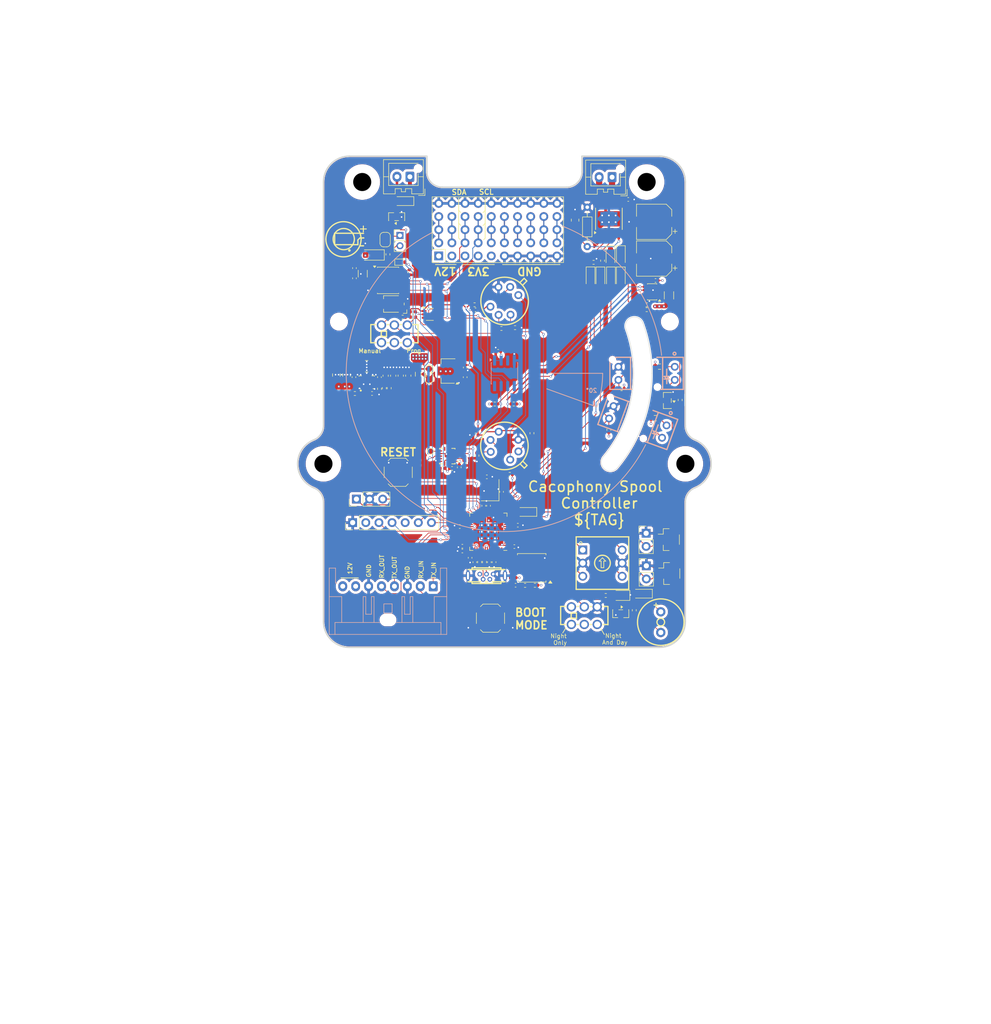
<source format=kicad_pcb>
(kicad_pcb (version 20241229) (generator "pcbnew") (generator_version "9.0")
  (layers (0 "F.Cu" signal "Front") (4 "In1.Cu" signal) (6 "In2.Cu" signal) (2 "B.Cu" signal "Back") (13 "F.Paste" user) (15 "B.Paste" user) (5 "F.SilkS" user "F.Silkscreen") (7 "B.SilkS" user "B.Silkscreen") (1 "F.Mask" user) (3 "B.Mask" user) (25 "Edge.Cuts" user))
  (net 0 "")
  (net 1 "+3V3")
  (net 2 "GND")
  (net 3 "PHOTO_CATHODE")
  (net 4 "EN_PHOTO")
  (net 5 "/PHOTO_1_ANODE")
  (net 6 "/3V3_PHY")
  (net 7 "Net-(U1-Vaux)")
  (net 8 "/3V3_L2")
  (net 9 "/3V3_L1")
  (net 10 "Net-(U1-FB)")
  (net 11 "Net-(U1-EN)")
  (net 12 "Net-(U1-PG)")
  (net 13 "/PHOTO_2_ANODE")
  (net 17 "Net-(M1--)")
  (net 18 "Net-(M1-+)")
  (net 19 "Net-(U6-ILIM)")
  (net 20 "PHOTO_HOME_OUT")
  (net 21 "PHOTO_RESET_OUT")
  (net 22 "+12V")
  (net 23 "+1V1")
  (net 24 "/USB_D+")
  (net 25 "/USB_D-")
  (net 26 "/SWCLK")
  (net 27 "/SWD")
  (net 28 "/USB_PHY_D+")
  (net 29 "/USB_PHY_D-")
  (net 30 "/QSPI_SS")
  (net 31 "/USB_BOOT")
  (net 32 "/RUN")
  (net 33 "/QSPI_SCLK")
  (net 34 "/QSPI_SD0")
  (net 35 "/QSPI_SD1")
  (net 36 "/QSPI_SD2")
  (net 37 "/QSPI_SD3")
  (net 38 "Net-(U8-XIN)")
  (net 39 "Net-(U8-XOUT)")
  (net 42 "SCL")
  (net 43 "SDA")
  (net 44 "H_IN1")
  (net 45 "H_IN2")
  (net 46 "+3V3_Lin")
  (net 47 "Net-(U9-OEN)")
  (net 48 "/PIR_SENS_POT_PROG")
  (net 49 "/PIR_SENS_POT_MANUAL")
  (net 50 "Net-(U9-ONTIME)")
  (net 51 "Net-(U9-REL)")
  (net 52 "PIR_1")
  (net 55 "PIR_SENS_POT")
  (net 59 "Net-(U12-REL)")
  (net 60 "Net-(U12-OEN)")
  (net 61 "Net-(U12-ONTIME)")
  (net 62 "Net-(BZ1--)")
  (net 63 "Net-(D1-A)")
  (net 64 "Net-(Q2-D)")
  (net 65 "BUZZER")
  (net 66 "PIR_2")
  (net 67 "LED_1_PHY")
  (net 68 "Net-(BT1-+)")
  (net 69 "/RTC_V_{DD}")
  (net 70 "Net-(U14-OSCI)")
  (net 71 "Net-(U14-OSCO)")
  (net 72 "RTC_BAT_SENSE")
  (net 73 "/RTC_BAT")
  (net 74 "SWITCH_1")
  (net 75 "SWITCH_2")
  (net 76 "R_ENC_2")
  (net 77 "R_ENC_4")
  (net 78 "R_ENC_1")
  (net 79 "R_ENC_8")
  (net 84 "NIGHT_ONLY")
  (net 86 "~{RTC_INT}")
  (net 87 "RP2040_RX_IN")
  (net 88 "RP2040_TX_OUT")
  (net 89 "RP2040_RX_OUT")
  (net 90 "RP2040_TX_IN")
  (net 91 "GPIO_27")
  (net 92 "GPIO_34")
  (net 93 "Net-(D4-A)")
  (net 94 "Net-(D10-K)")
  (net 95 "Net-(D6-A)")
  (net 96 "GPIO_21")
  (net 97 "GPIO_20")
  (net 98 "Net-(D101-A)")
  (net 99 "Net-(U102-A0)")
  (net 100 "Net-(U102-A1)")
  (net 101 "Net-(U102-IN+)")
  (net 102 "Net-(U102-IN-)")
  (net 103 "/h_bridge_vcc")
  (net 104 "Net-(U101-BYP)")
  (net 110 "Accel INT1")
  (net 111 "RELEASE")
  (net 113 "Net-(U101-INT2)")
  (footprint "Connector_JST:JST_XA_B02B-XASK-1-A_1x02_P2.50mm_Vertical" (layer "F.Cu") (at 20.82 -37.94 180)
    (property "Reference" "M1" (hide yes))
    (property "Value" "Motor_DC")
  )
  (footprint "Resistor_SMD:R_0402_1005Metric" (layer "F.Cu") (at -0.58 -8.68 180)
    (property "Reference" "R24" (hide yes))
    (property "Value" "1k")
  )
  (footprint "cacophony-library:MountingHole_3.5mm_M3" (layer "F.Cu") (at 27.500002 -37)
    (property "Reference" "H3" (hide yes))
    (property "Value" "MountingHole")
  )
  (footprint "cacophony-library:SW-TH_K3-2235D-F1" (layer "F.Cu") (at 15.45 46.86)
    (property "Reference" "SW5" (hide yes))
    (property "Value" "SW_Push_DPDT")
  )
  (footprint "Capacitor_SMD:C_0402_1005Metric" (layer "F.Cu") (at -8.7375 18.19 -90)
    (property "Reference" "C101" (hide yes))
    (property "Value" "100n")
  )
  (footprint "Capacitor_SMD:C_0603_1608Metric" (layer "F.Cu") (at -22.97 0.46 90)
    (property "Reference" "C5" (hide yes))
    (property "Value" "22uF")
  )
  (footprint "Capacitor_SMD:C_0402_1005Metric" (layer "F.Cu") (at 1.9225 33.5075)
    (property "Reference" "C16" (hide yes))
    (property "Value" "100n")
  )
  (footprint "Capacitor_SMD:C_0402_1005Metric" (layer "F.Cu") (at 23.95 -33.63)
    (property "Reference" "C33" (hide yes))
    (property "Value" "100n")
  )
  (footprint "Connector_PinHeader_2.54mm:PinHeader_1x02_P2.54mm_Vertical" (layer "F.Cu") (at 27.45 37.225)
    (property "Reference" "J3" (hide yes))
    (property "Value" "Switch_1")
  )
  (footprint "Capacitor_SMD:C_0402_1005Metric" (layer "F.Cu") (at -8.1375 34.3575 180)
    (property "Reference" "C19" (hide yes))
    (property "Value" "100n")
  )
  (footprint "Diode_SMD:D_SOD-323_HandSoldering" (layer "F.Cu") (at 20.6 -18.56 -90)
    (property "Reference" "D10" (hide yes))
    (property "Value" "D")
  )
  (footprint "Resistor_SMD:R_0402_1005Metric" (layer "F.Cu") (at 27.52 -13.2525)
    (property "Reference" "R102" (hide yes))
    (property "Value" "100k")
  )
  (footprint "cacophony-library:JST_SH_BM02B-SRSS-TB_1x02-1MP_P1.00mm_Vertical" (layer "F.Cu") (at 31.91 38.71 -90)
    (property "Reference" "J4" (hide yes))
    (property "Value" "Switch_1")
  )
  (footprint "Connector_PinHeader_2.54mm:PinHeader_1x02_P2.54mm_Vertical" (layer "F.Cu") (at 27.41 30.93)
    (property "Reference" "J5" (hide yes))
    (property "Value" "Switch_1")
  )
  (footprint "Resistor_SMD:R_0402_1005Metric" (layer "F.Cu") (at 19.6 42.96 180)
    (property "Reference" "R30" (hide yes))
    (property "Value" "1k")
  )
  (footprint "cacophony-library:MountingHole_3.5mm_M3" (layer "F.Cu") (at -34.999998 17.5)
    (property "Reference" "H2" (hide yes))
    (property "Value" "MountingHole")
  )
  (footprint "Resistor_SMD:R_0402_1005Metric" (layer "F.Cu") (at -22.535 -23.01 90)
    (property "Reference" "R32" (hide yes))
    (property "Value" "1k")
  )
  (footprint "Jumper:SolderJumper-2_P1.3mm_Bridged_RoundedPad1.0x1.5mm" (layer "F.Cu") (at -23.065 -25.86 -90)
    (property "Reference" "JP1" (hide yes))
    (property "Value" "SolderJumper_2_Bridged")
  )
  (footprint "Capacitor_SMD:C_0805_2012Metric" (layer "F.Cu") (at -32.5 0.33 90)
    (property "Reference" "C1" (hide yes))
    (property "Value" "22uF")
  )
  (footprint "Capacitor_SMD:C_0402_1005Metric" (layer "F.Cu") (at -5.58 11.93 180)
    (property "Reference" "C27" (hide yes))
    (property "Value" "100n")
  )
  (footprint "Resistor_SMD:R_0402_1005Metric" (layer "F.Cu") (at -3.8475 36.4975 -90)
    (property "Reference" "R16" (hide yes))
    (property "Value" "33ohm")
  )
  (footprint "Capacitor_SMD:C_0402_1005Metric" (layer "F.Cu") (at -3.0675 25.6075 90)
    (property "Reference" "C17" (hide yes))
    (property "Value" "100n")
  )
  (footprint "Capacitor_SMD:C_0402_1005Metric" (layer "F.Cu") (at -24.17 0.74 90)
    (property "Reference" "C4" (hide yes))
    (property "Value" "10uF")
  )
  (footprint "Capacitor_SMD:C_0402_1005Metric" (layer "F.Cu") (at -1.21 -4.25 180)
    (property "Reference" "C10" (hide yes))
    (property "Value" "10uF")
  )
  (footprint "cacophony-library:JST_SH_BM02B-SRSS-TB_1x02-1MP_P1.00mm_Vertical" (layer "F.Cu") (at 31.83 32.155 -90)
    (property "Reference" "J6" (hide yes))
    (property "Value" "Switch_2")
  )
  (footprint "Capacitor_SMD:C_0402_1005Metric" (layer "F.Cu") (at -7.8175 17.34 -90)
    (property "Reference" "C102" (hide yes))
    (property "Value" "100n")
  )
  (footprint "Capacitor_SMD:C_0402_1005Metric" (layer "F.Cu") (at -29.005 -18.38 90)
    (property "Reference" "C32" (hide yes))
    (property "Value" "22pF")
  )
  (footprint "cacophony-library:test-point-2p" (layer "F.Cu") (at -14.58 0.1475 90)
    (property "Reference" "TP1" (hide yes))
    (property "Value" "TestPoint_2Pole")
  )
  (footprint "Resistor_SMD:R_0402_1005Metric" (layer "F.Cu") (at 17.25 -21.47)
    (property "Reference" "R12" (hide yes))
    (property "Value" "100k")
  )
  (footprint "Connector_PinHeader_2.54mm:PinHeader_1x07_P2.54mm_Vertical" (layer "F.Cu") (at -29.35 28.87 90)
    (property "Reference" "J14" (hide yes))
    (property "Value" "Conn_01x07")
  )
  (footprint "Capacitor_SMD:C_0402_1005Metric" (layer "F.Cu") (at -3.9875 25.6075 90)
    (property "Reference" "C12" (hide yes))
    (property "Value" "100n")
  )
  (footprint "cacophony-library:3.0mm_key_hole" (layer "F.Cu") (at -32 -10)
    (property "Reference" "H5" (hide yes))
    (property "Value" "MountingHole")
  )
  (footprint "Resistor_SMD:R_0402_1005Metric" (layer "F.Cu") (at -1.86 5.93)
    (property "Reference" "R20" (hide yes))
    (property "Value" "10k")
  )
  (footprint "Resistor_SMD:R_0402_1005Metric" (layer "F.Cu") (at -24.16 2.99 -90)
    (property "Reference" "R3" (hide yes))
    (property "Value" "150k")
  )
  (footprint "Capacitor_SMD:C_0402_1005Metric" (layer "F.Cu") (at -7.58 -1.13 -90)
    (property "Reference" "C26" (hide yes))
    (property "Value" "1uF")
  )
  (footprint "Package_SO:SOIC-8_5.3x5.3mm_P1.27mm" (layer "F.Cu") (at 5.2825 37.6175 180)
    (property "Reference" "U7" (hide yes))
    (property "Value" "W25Q128JVS")
  )
  (footprint "Resistor_SMD:R_0402_1005Metric" (layer "F.Cu") (at 5.9 40.99 180)
    (property "Reference" "R18" (hide yes))
    (property "Value" "DNF")
  )
  (footprint "Crystal:Crystal_SMD_3215-2Pin_3.2x1.5mm" (layer "F.Cu") (at -27.395 -19.27 -90)
    (property "Reference" "Y2" (hide yes))
    (property "Value" "Crystal")
  )
  (footprint "Button_Switch_SMD:SW_SPST_SKQG_WithStem" (layer "F.Cu") (at -2.7 47.35 180)
    (property "Reference" "SW1" (hide yes))
    (property "Value" "USB_BOOT")
  )
  (footprint "cacophony-library:TP_PAD" (layer "F.Cu") (at -14.27 15.07)
    (property "Reference" "TP101" (hide yes))
    (property "Value" "TestPoint")
  )
  (footprint "Resistor_SMD:R_0402_1005Metric" (layer "F.Cu") (at 1.8 5.93 180)
    (property "Reference" "R21" (hide yes))
    (property "Value" "10k")
  )
  (footprint "Package_SO:SOIC-8_3.9x4.9mm_P1.27mm" (layer "F.Cu") (at -22.505 -17.975)
    (property "Reference" "U14" (hide yes))
    (property "Value" "PCF8563T")
  )
  (footprint "Resistor_SMD:R_0402_1005Metric" (layer "F.Cu") (at 25.11 45.82 -90)
    (property "Reference" "R31" (hide yes))
    (property "Value" "100R")
  )
  (footprint "Diode_SMD:D_SOD-323_HandSoldering" (layer "F.Cu") (at -19.53 -33.31 180)
    (property "Reference" "D101" (hide yes))
    (property "Value" "D")
  )
  (footprint "cacophony-library:RP2040-QFN-56" (layer "F.Cu") (at -3.1075 30.6375 180)
    (property "Reference" "U8" (hide yes))
    (property "Value" "RP2040")
  )
  (footprint "Capacitor_SMD:C_0805_2012Metric" (layer "F.Cu") (at -30.54 0.33 90)
    (property "Reference" "C2" (hide yes))
    (property "Value" "22uF")
  )
  (footprint "Package_TO_SOT_SMD:SOT-89-3" (layer "F.Cu") (at -10.9 -0.45 180)
    (property "Reference" "U10" (hide yes))
    (property "Value" "HT75xx-1-SOT89")
  )
  (footprint "Resistor_SMD:R_0402_1005Metric" (layer "F.Cu") (at 27.52 -12.3125)
    (property "Reference" "R101" (hide yes))
    (property "Value" "100k")
  )
  (footprint "Resistor_SMD:R_0402_1005Metric" (layer "F.Cu") (at 22.65 2.97 180)
    (property "Reference" "R6" (hide yes))
    (property "Value" "10k")
  )
  (footprint "Diode_SMD:D_SOD-523" (layer "F.Cu") (at -19.9525 -21.5)
    (property "Reference" "D3" (hide yes))
    (property "Value" "D")
  )
  (footprint "Diode_SMD:D_SOD-323_HandSoldering" (layer "F.Cu") (at 22.52 -22.67 -90)
    (property "Reference" "D5" (hide yes))
    (property "Value" "D")
  )
  (footprint "Capacitor_SMD:CP_Elec_6.3x7.7" (layer "F.Cu") (at 28.96 -29.3 180)
    (property "Reference" "C35" (hide yes))
    (property "Value" "100uF")
  )
  (footprint "Connector_JST:JST_XA_B02B-XASK-1-A_1x02_P2.50mm_Vertical" (layer "F.Cu") (at -18.28 -38.02 180)
    (property "Reference" "L101" (hide yes))
    (property "Value" "ElectromagneticActor")
  )
  (footprint "Package_TO_SOT_SMD:SOT-23-8" (layer "F.Cu") (at 28.57 -15.7625 180)
    (property "Reference" "U102" (hide yes))
    (property "Value" "INA219AxDCN")
  )
  (footprint "Package_TO_SOT_SMD:SOT-23" (layer "F.Cu") (at 22.5 46.49 -90)
    (property "Reference" "Q2" (hide yes))
    (property "Value" "2N7002")
  )
  (footprint "Resistor_SMD:R_0402_1005Metric" (layer "F.Cu") (at 18.99 -21.79 -90)
    (property "Reference" "R10" (hide yes))
    (property "Value" "100k")
  )
  (footprint "Capacitor_SMD:C_0402_1005Metric" (layer "F.Cu") (at -8.6375 29.6275 180)
    (property "Reference" "C14" (hide yes))
    (property "Value" "100n")
  )
  (footprint "Capacitor_SMD:C_0402_1005Metric" (layer "F.Cu") (at -17.71 -11.92)
    (property "Reference" "C28" (hide yes))
    (property "Value" "100n")
  )
  (footprint "Connector_PinHeader_2.00mm:PinHeader_1x02_P2.00mm_Vertical" (layer "F.Cu") (at -20.205 -26.67)
    (property "Reference" "J7" (hide yes))
    (property "Value" "Conn_01x02")
  )
  (footprint "Capacitor_SMD:C_0402_1005Metric" (layer "F.Cu") (at -0.55 22.91 -90)
    (property "Reference" "C23" (hide yes))
    (property "Value" "12pF")
  )
  (footprint "Resistor_SMD:R_0402_1005Metric" (layer "F.Cu") (at 33.99 5.15 90)
    (property "Reference" "R14" (hide yes))
    (property "Value" "100k")
  )
  (footprint "Capacitor_SMD:C_0402_1005Metric" (layer "F.Cu") (at -2.9175 36.5175 -90)
    (property "Reference" "C18" (hide yes))
    (property "Value" "100n")
  )
  (footprint "Capacitor_SMD:C_0603_1608Metric" (layer "F.Cu") (at -21.51 0.46 90)
    (property "Reference" "C6" (hide yes))
    (property "Value" "22uF")
  )
  (footprint "Capacitor_SMD:C_0402_1005Metric" (layer "F.Cu") (at -29.005 -20.35 -90)
    (property "Reference" "C31" (hide yes))
    (property "Value" "22pF")
  )
  (footprint "cacophony-library:SENSORM-TH_BS612" (layer "F.Cu") (at 0 14 -45)
    (property "Reference" "U9" (hide yes))
    (property "Value" "BS612")
  )
  (footprint "Resistor_THT:R_Axial_DIN0204_L3.6mm_D1.6mm_P7.62mm_Horizontal" (layer "F.Cu") (at 16.02 -24.51 90)
    (property "Reference" "R15" (hide yes))
    (property "Value" "47k")
  )
  (footprint "Resistor_SMD:R_0402_1005Metric" (layer "F.Cu") (at -5.32 15.91 90)
    (property "Reference" "R25" (hide yes))
    (property "Value" "10k")
  )
  (footprint "Crystal:Crystal_SMD_3225-4Pin_3.2x2.5mm" (layer "F.Cu") (at -2.7575 22.5875 90)
    (property "Reference" "Y1" (hide yes))
    (property "Value" "Crystal_GND24")
  )
  (footprint "Diode_SMD:D_SOD-323_HandSoldering" (layer "F.Cu") (at 26.6 42.61 180)
    (property "Reference" "D11" (hide yes))
    (property "Value" "D")
  )
  (footprint "Resistor_SMD:R_0402_1005Metric" (layer "F.Cu") (at 5.33 11.58 -90)
    (property "Reference" "R22" (hide yes))
    (property "Value" "10k")
  )
  (footprint "Capacitor_SMD:C_0402_1005Metric" (layer "F.Cu") (at -11.9475 18.38 180)
    (property "Reference" "C105" (hide yes))
    (property "Value" "2.2uF")
  )
  (footprint "Capacitor_SMD:C_0402_1005Metric" (layer "F.Cu") (at -8.1375 33.4375 180)
    (property "Reference" "C15" (hide yes))
    (property "Value" "100n")
  )
  (footprint "Package_TO_SOT_SMD:Texas_R-PDSO-G6" (layer "F.Cu") (at -14.43 -11.4)
    (property "Reference" "U11" (hide yes))
    (property "Value" "TPL0401B-10-Q1")
  )
  (footprint "Button_Switch_SMD:SW_SPST_SKQG_WithStem" (layer "F.Cu") (at -20.54 19.14)
    (property "Reference" "SW2" (hide yes))
    (property "Value" "RESET")
  )
  (footprint "cacophony-library:TPS63070" (layer "F.Cu") (at -26.635 1.73 90)
    (property "Reference" "U1" (hide yes))
    (property "Value" "TPS63070RNMR")
  )
  (footprint "Resistor_SMD:R_0603_1608Metric" (layer "F.Cu") (at 29.18 8.67)
    (property "Reference" "R105" (hide yes))
    (property "Value" "150Ω")
  )
  (footprint "cacophony-library:SW-TH_K3-2235D-F1" (layer "F.Cu") (at -21.28 -7.64)
    (property "Reference" "SW3" (hide yes))
    (property "Value" "SW_Push_DPDT")
  )
  (footprint "Resistor_SMD:R_0402_1005Metric" (layer "F.Cu") (at -23.22 2.87 -90)
    (property "Reference" "R1" (hide yes))
    (property "Value" "470k")
  )
  (footprint "Diode_SMD:D_SOD-323_HandSoldering" (layer "F.Cu") (at 4.25 26.8 180)
    (property "Reference" "D6" (hide yes))
    (property "Value" "D")
  )
  (footprint "Resistor_SMD:R_0402_1005Metric" (layer "F.Cu") (at 2.06 -8.83 180)
    (property "Reference" "R29" (hide yes))
    (property "Value" "10k")
  )
  (footprint "Capacitor_SMD:C_0402_1005Metric" (layer "F.Cu") (at -3.4 20.02 180)
    (property "Reference" "C24" (hide yes))
    (property "Value" "12pF")
  )
  (footprint "cacophony-library:MountingHole_3.5mm_M3" (layer "F.Cu") (at 35.000002 17.5)
    (property "Reference" "H1" (hide yes))
    (property "Value" "MountingHole")
  )
  (footprint "Inductor_SMD:L_0805_2012Metric" (layer "F.Cu") (at -16.66 0.1675 90)
    (property "Reference" "FB1" (hide yes))
    (property "Value" "FerriteBead")
  )
  (footprint "Capacitor_SMD:C_0402_1005Metric" (layer "F.Cu") (at -18.335 -19.54 -90)
    (property "Reference" "C30" (hide yes))
    (property "Value" "1uF")
  )
  (footprint "Resistor_SMD:R_0402_1005Metric" (layer "F.Cu") (at -22.28 2.87 -90)
    (property "Reference" "R4" (hide yes))
    (property "Value" "100k")
  )
  (footprint "cacophony-library:Texas_HTSOP-8-1EP_3.9x4.9mm_P1.27mm_EP2.95x4.9mm_Mask2.4x3.1mm_ThermalVias" (layer "F.Cu") (at 20.205 -29.885 90)
    (property "Reference" "U6" (hide yes))
    (property "Value" "DRV8871DDA")
  )
  (footprint "Capacitor_SMD:C_0603_1608Metric" (layer "F.Cu") (at -18.59 0.45 90)
    (property "Reference" "C8" (hide yes))
    (property "Value" "22uF")
  )
  (footprint "cacophony-library:CAP-SMD_FL11E" (layer "F.Cu") (at -26.045 -25.93)
    (property "Reference" "BT1" (hide yes))
    (property "Value" "Battery_Cell")
  )
  (footprint "Resistor_SMD:R_0402_1005Metric" (layer "F.Cu") (at -17.66 -10.87 180)
    (property "Reference" "R27" (hide yes))
    (property "Value" "10k")
  )
  (footprint "cacophony-library:QFN-16_L3.0-W3.0-P0.50-TL_FXOS8700CQR1" (layer "F.Cu") (at -11.0475 16.01 180)
    (property "Reference" "U101" (hide yes))
    (property "Value" "MMA8451QR1")
  )
  (footprint "Resistor_SMD:R_0402_1005Metric" (layer "F.Cu") (at -19.68 -10.86)
    (property "Reference" "R23" (hide yes))
    (property "Value" "10k")
  )
  (footprint "Diode_SMD:D_SOD-123F" (layer "F.Cu") (at -25.4375 -22.89 180)
    (property "Reference" "D2" (hide yes))
    (property "Value" "D")
  )
  (footprint "Capacitor_SMD:C_0402_1005Metric" (layer "F.Cu") (at 2.5925 29.3675)
    (property "Reference" "C13" (hide yes))
    (property "Value" "100n")
  )
  (footprint "Capacitor_SMD:C_0402_1005Metric" (layer "F.Cu") (at 29.23 -17.96 180)
    (property "Reference" "C104" (hide yes))
    (property "Value" "100n")
  )
  (footprint "cacophony-library:MountingHole_3.5mm_M3" (layer "F.Cu") (at -27.499998 -37)
    (property "Reference" "H4" (hide yes))
    (property "Value" "MountingHole")
  )
  (footprint "Resistor_SMD:R_0402_1005Metric" (layer "F.Cu") (at -28.925 3.905)
    (property "Reference" "R2" (hide yes))
    (property "Value" "10k")
  )
  (footprint "LED_SMD:LED_0805_2012Metric" (layer "F.Cu") (at 22.57 42.95 180)
    (property "Reference" "D1" (hide yes))
    (property "Value" "LED")
  )
  (footprint "Package_TO_SOT_SMD:SOT-23" (layer "F.Cu") (at -20.84 -30.3025 90)
    (property "Reference" "Q101" (hide yes))
    (property "Value" "Q_NMOS_GSD")
  )
  (footprint "cacophony-library:MICRO-USB-TH_MICRO-USB-A14" (layer "F.Cu") (at -3.4675 39.3275)
    (property "Reference" "J1" (hide yes))
    (property "Value" "USB_B_Micro")
  )
  (footprint "Diode_SMD:D_SOD-323_HandSoldering" (layer "F.Cu") (at 22.51 -18.56 -90)
    (property "Reference" "D9" (hide yes))
    (property "Value" "D")
  )
  (footprint "Capacitor_SMD:C_0402_1005Metric" (layer "F.Cu") (at -25.605 3.895)
    (property "Reference" "C9" (hide yes))
    (property "Value" "100nF")
  )
  (footprint "cacophony-library:BUZ-TH_BD9.0-P4.00-D0.6-FD" (layer "F.Cu") (at 30.24 48.12 -90)
    (property "Reference" "BZ1" (hide yes))
    (property "Value" "Buzzer")
  )
  (footprint "Capacitor_SMD:C_0402_1005Metric" (layer "F.Cu") (at -10.1275 18.38)
    (property "Reference" "C103" (hide yes))
    (property "Value" "2.2uF")
  )
  (footprint "Capacitor_SMD:C_0402_1005Metric" (layer "F.Cu") (at 2.16 40.98)
    (property "Reference" "C22" (hide yes))
    (property "Value" "100n")
  )
  (footprint "Diode_SMD:D_SOD-323_HandSoldering" (layer "F.Cu") (at 20.51 -22.6475 -90)
    (property "Reference" "D4" (hide yes))
    (property "Value" "D")
  )
  (footprint "Diode_SMD:D_SOD-323_HandSoldering" (layer "F.Cu") (at 18.57 -18.56 -90)
    (property "Reference" "D7" (hide yes))
    (property "Value" "D")
  )
  (footprint "cacophony-library:R_1206_Shunt" (layer "F.Cu") (at 31.83 -15.0825 -90)
    (property "Reference" "R103" (hide yes))
    (property "Value" "R_Shunt")
  )
  (footprint "Inductor_SMD:L_1008_2520Metric" (layer "F.Cu") (at -26.64 -1.37)
    (property "Reference" "L1" (hide yes))
    (property "Value" "1.5H")
  )
  (footprint "Package_TO_SOT_SMD:SOT-23" (layer "F.Cu") (at 31.51 5.26 180)
    (property "Reference" "Q1" (hide yes))
    (property "Value" "AO3400A")
  )
  (footprint "Diode_SMD:D_SOD-323_HandSoldering" (layer "F.Cu") (at 16.66 -18.5675 -90)
    (property "Reference" "D8" (hide yes))
    (property "Value" "D")
  )
  (footprint "Capacitor_SMD:C_0402_1005Metric" (layer "F.Cu") (at -6.6375 35.6675 -90)
    (property "Reference" "C21" (hide yes))
    (property "Value" "1uF")
  )
  (footprint "Capacitor_SMD:C_0402_1005Metric" (layer "F.Cu") (at -7.59 0.75 -90)
    (property "Reference" "C25" (hide yes))
    (property "Value" "1uF")
  )
  (footprint "Capacitor_SMD:C_0402_1005Metric" (layer "F.Cu") (at -5.7175 36.5175 -90)
    (property "Reference" "C20" (hide yes))
    (property "Value" "1uF")
  )
  (footprint "Resistor_SMD:R_0402_1005Metric" (layer "F.Cu") (at -5.77 -13.26)
    (property "Reference" "R28" (hide yes))
    (property "Value" "10k")
  )
  (footprint "Resistor_SMD:R_0805_2012Metric_Pad1.20x1.40mm_HandSolder" (layer "F.Cu") (at 13.67 -29.63 90)
    (property "Reference" "R33" (hide yes))
    (property "Value" "33k")
  )
  (footprint "cacophony-library:SW-TH_6P-L10.0-W10.0-P2.54-LS7.6_TSR-10" (layer "F.Cu") (at 18.96 36.7)
    (property "Reference" "SW4" (hide yes))
    (property "Value" "SW_Coded_SH-7010")
  )
  (footprint "Resistor_SMD:R_0402_1005Metric" (layer "F.Cu") (at 20.2 10.9 90)
    (property "Reference" "R7" (hide yes))
    (property "Value" "10k")
  )
  (footprint "cacophony-library:SENSORM-TH_BS612" (layer "F.Cu") (at 0 -14 45)
    (property "Reference" "U12" (hide yes))
    (property "Value" "BS612")
  )
  (footprint "Resistor_SMD:R_0603_1608Metric" (layer "F.Cu") (at 30 -1.3)
    (property "Reference" "R104" (hide yes))
    (property "Value" "150Ω")
  )
  (footprint "Capacitor_SMD:CP_Elec_6.3x7.7" (layer "F.Cu") (at 28.96 -22.2 180)
    (property "Reference" "C34" (hide yes))
    (property "Value" "100uF")
  )
  (footprint "Resistor_SMD:R_0402_1005Metric" (layer "F.Cu") (at 1.03 19.54 180)
    (property "Reference" "R26" (hide yes))
    (property "Value" "1k")
  )
  (footprint "Capacitor_SMD:C_0402_1005Metric" (layer "F.Cu") (at -29.1 0.74 90)
    (property "Reference" "C3" (hide yes))
    (property "Value" "2.2uF")
  )
  (footprint "Connector_PinHeader_2.54mm:PinHeader_1x03_P2.54mm_Vertical" (layer "F.Cu") (at -28.62 24.32 90)
    (property "Reference" "J2" (hide yes))
    (property "Value" "SWD")
  )
  (footprint "Resistor_SMD:R_0402_1005Metric" (layer "F.Cu") (at 4 41 180)
    (property "Reference" "R19" (hide yes))
    (property "Value" "1k")
  )
  (footprint "Resistor_SMD:R_0402_1005Metric" (layer "F.Cu") (at -4.7875 36.4975 -90)
    (property "Reference" "R17" (hide yes))
    (property "Value" "33ohm")
  )
  (footprint "Capacitor_SMD:C_0402_1005Metric" (layer "F.Cu") (at -5.58 -12.27 180)
    (property "Reference" "C29" (hide yes))
    (property "Value" "100n")
  )
  (footprint "cacophony-library:test-headers" (layer "F.Cu") (at -12.7 -22.7 90)
    (property "Reference" "J13" (hide yes))
    (property "Value" "Conn_02x10_Counter_Clockwise")
  )
  (footprint "Capacitor_SMD:C_0402_1005Metric" (layer "F.Cu") (at -1.9975 36.5175 -90)
    (property "Reference" "C11" (hide yes))
    (property "Value" "100n")
  )
  (footprint "cacophony-library:3.0mm_key_hole" (layer "F.Cu") (at 32 -10)
    (property "Reference" "H6" (hide yes))
    (property "Value" "MountingHole")
  )
  (footprint "Capacitor_SMD:C_0603_1608Metric" (layer "F.Cu") (at -20.05 0.45 90)
    (property "Reference" "C7" (hide yes))
    (property "Value" "22uF")
  )
  (footprint "Potentiometer_SMD:Potentiometer_Bourns_TC33X_Vertical" (layer "F.Cu") (at -21.48 -13.41 180)
    (property "Reference" "RV1" (hide yes))
    (property "Value" "10k")
  )
  (footprint "cacophony-library:OPTO-TH_DY-ITR8402" (layer "B.Cu") (at 25.8 9.4 -20)
    (property "Reference" "U103" (hide yes))
    (property "Value" "DY-ITR8402")
  )
  (footprint "Connector_JST:JST_XA_S08B-XASK-1_1x08_P2.50mm_Horizontal" (layer "B.Cu") (at -13.77 41.18 180)
    (property "Reference" "J8" (hide yes))
    (property "Value" "Conn_01x08")
  )
  (footprint "Package_SO:SOIC-8_3.9x4.9mm_P1.27mm" (layer "B.Cu") (at 0 0 -90)
    (property "Reference" "U3" (hide yes))
    (property "Value" "AS5600-ASOT")
  )
  (footprint "cacophony-library:OPTO-TH_DY-ITR8402" (layer "B.Cu") (at 27.5 0)
    (property "Reference" "U104" (hide yes))
    (property "Value" "DY-ITR8402")
  )
  (gr_line (start -3.725 -33.94) (end -3.725 -29.015) (stroke (width 0.1524)) (layer "F.SilkS"))
  (gr_line (start 19.32 50.505) (end 18.68 49.44) (stroke (width 0.1524)) (layer "F.SilkS"))
  (gr_line (start -8.85 -33.93) (end -8.85 -29.04) (stroke (width 0.1524)) (layer "F.SilkS"))
  (gr_line (start -13.34 -21.04) (end -9.34 -21.04) (stroke (width 0.1524)) (layer "F.SilkS"))
  (gr_line (start -31.62 39.57) (end -28.24 39.57) (stroke (width 0.1524)) (layer "F.SilkS"))
  (gr_line (start -8.24 -21.04) (end -1.94 -21.04) (stroke (width 0.1524)) (layer "F.SilkS"))
  (gr_line (start -8.845 -31.535) (end -8.435 -31.085) (stroke (width 0.1524)) (layer "F.SilkS"))
  (gr_line (start -0.35 -21.04) (end 10.75 -21.04) (stroke (width 0.1524)) (layer "F.SilkS"))
  (gr_line (start -8.85 -26.17) (end -8.56 -25.88) (stroke (width 0.1524)) (layer "F.SilkS"))
  (gr_line (start -8.85 -29.04) (end -8.44 -28.59) (stroke (width 0.1524)) (layer "F.SilkS"))
  (gr_line (start -3.725 -29.015) (end -4.135 -28.565) (stroke (width 0.1524)) (layer "F.SilkS"))
  (gr_line (start -8.85 -29.04) (end -8.85 -26.17) (stroke (width 0.1524)) (layer "F.SilkS"))
  (gr_line (start 11.275 50.205) (end 11.91 49.19) (stroke (width 0.1524)) (layer "F.SilkS"))
  (gr_line (start -3.725 -26.145) (end -4.015 -25.855) (stroke (width 0.1524)) (layer "F.SilkS"))
  (gr_line (start -3.725 -29.015) (end -3.725 -26.145) (stroke (width 0.1524)) (layer "F.SilkS"))
  (gr_line (start -3.73 -31.51) (end -4.14 -31.06) (stroke (width 0.1524)) (layer "F.SilkS"))
  (gr_line (start 17.858986 6.485107) (end 8.2 3) (stroke (width 0.1524)) (layer "B.SilkS"))
  (gr_line (start 19 0) (end 8.731552 0) (stroke (width 0.1524)) (layer "B.SilkS"))
  (gr_arc (start 11.188963 -28.480994) (mid 24.266534 -18.641224) (end 30.402711 -3.469168) (stroke (width 0.1524)) (layer "B.SilkS"))
  (gr_arc (start 27.321336 13.780586) (mid -21.515963 21.758292) (end -14.085702 -27.165289) (stroke (width 0.1524)) (layer "B.SilkS"))
  (gr_arc (start 19 0) (mid 18.712572 3.29236) (end 17.858986 6.485107) (stroke (width 0.1524)) (layer "B.SilkS"))
  (gr_arc (start 23.492316 -8.550504) (mid 24.620194 -4.341205) (end 25 0) (stroke (width 0.1)) (layer "Edge.Cuts"))
  (gr_arc (start -36.875 22.135124) (mid -35.512532 23.239147) (end -35 24.916199) (stroke (width 0.25)) (layer "Edge.Cuts"))
  (gr_line (start -35 -37) (end -35 10.083803) (stroke (width 0.25)) (layer "Edge.Cuts"))
  (gr_arc (start -35 10.083803) (mid -35.512531 11.760853) (end -36.875 12.864876) (stroke (width 0.25)) (layer "Edge.Cuts"))
  (gr_arc (start 23.492316 -8.550504) (mid 24.538244 -10.793504) (end 26.78124 -9.747574) (stroke (width 0.1)) (layer "Edge.Cuts"))
  (gr_arc (start 28.5 0) (mid 26.78124 9.747574) (end 21.832267 18.319447) (stroke (width 0.1)) (layer "Edge.Cuts"))
  (gr_arc (start 21.832267 18.319447) (mid 19.366813 18.535147) (end 19.151111 16.06969) (stroke (width 0.1)) (layer "Edge.Cuts"))
  (gr_arc (start 15 -39) (mid 14.12132 -36.87868) (end 12 -36) (stroke (width 0.25)) (layer "Edge.Cuts"))
  (gr_line (start 30 53) (end -30 53) (stroke (width 0.25)) (layer "Edge.Cuts"))
  (gr_line (start 35 10.0838) (end 35 -37) (stroke (width 0.25)) (layer "Edge.Cuts"))
  (gr_arc (start -35 -37) (mid -33.535534 -40.535534) (end -30.000001 -42) (stroke (width 0.25)) (layer "Edge.Cuts"))
  (gr_arc (start 26.78124 -9.747574) (mid 28.067021 -4.948973) (end 28.5 0) (stroke (width 0.1)) (layer "Edge.Cuts"))
  (gr_line (start 35 48) (end 35 24.9162) (stroke (width 0.25)) (layer "Edge.Cuts"))
  (gr_arc (start -30 53) (mid -33.535534 51.535534) (end -35 48.000001) (stroke (width 0.25)) (layer "Edge.Cuts"))
  (gr_line (start 12 -36) (end -11.999999 -36) (stroke (width 0.25)) (layer "Edge.Cuts"))
  (gr_arc (start 25 0) (mid 23.492316 8.550504) (end 19.151111 16.06969) (stroke (width 0.1)) (layer "Edge.Cuts"))
  (gr_line (start -30.000001 -42) (end -15 -42) (stroke (width 0.25)) (layer "Edge.Cuts"))
  (gr_arc (start -36.875 22.135124) (mid -40 17.5) (end -36.875 12.864876) (stroke (width 0.25)) (layer "Edge.Cuts"))
  (gr_line (start 15 -39) (end 15 -42) (stroke (width 0.25)) (layer "Edge.Cuts"))
  (gr_arc (start -11.999999 -36) (mid -14.12132 -36.87868) (end -15 -39.000001) (stroke (width 0.25)) (layer "Edge.Cuts"))
  (gr_arc (start 36.875 12.864876) (mid 35.512531 11.760853) (end 35 10.0838) (stroke (width 0.25)) (layer "Edge.Cuts"))
  (gr_arc (start 36.875 12.864876) (mid 40 17.5) (end 36.875 22.135124) (stroke (width 0.25)) (layer "Edge.Cuts"))
  (gr_arc (start 35 48) (mid 33.535534 51.535534) (end 30 53) (stroke (width 0.25)) (layer "Edge.Cuts"))
  (gr_arc (start 35 24.9162) (mid 35.512532 23.239148) (end 36.875 22.135124) (stroke (width 0.25)) (layer "Edge.Cuts"))
  (gr_line (start -15 -42) (end -15 -39.000001) (stroke (width 0.25)) (layer "Edge.Cuts"))
  (gr_line (start -35 24.916199) (end -35 48.000001) (stroke (width 0.25)) (layer "Edge.Cuts"))
  (gr_arc (start 30 -42) (mid 33.535534 -40.535534) (end 35 -37) (stroke (width 0.25)) (layer "Edge.Cuts"))
  (gr_line (start 15 -42) (end 30 -42) (stroke (width 0.25)) (layer "Edge.Cuts"))
  (gr_text "TX_IN" (at -13.2 39.88 90) (layer "F.SilkS") (effects (font (size 0.8128 0.8128) (thickness 0.1524) (bold yes)) (justify left bottom)))
  (gr_text "GND" (at -18.3 39.85 90) (layer "F.SilkS") (effects (font (size 0.8128 0.8128) (thickness 0.1524) (bold yes)) (justify left bottom)))
  (gr_text "RESET" (at -24.22 16.14 0) (layer "F.SilkS") (effects (font (size 1.524 1.524) (thickness 0.3048) (bold yes)) (justify left bottom)))
  (gr_text "BOOT\nMODE" (at 1.89 49.6 0) (layer "F.SilkS") (effects (font (size 1.524 1.524) (thickness 0.3048) (bold yes)) (justify left bottom)))
  (gr_text "SDA" (at -10.3 -34.44 0) (layer "F.SilkS") (effects (font (size 1 1) (thickness 0.2) (bold yes)) (justify left bottom)))
  (gr_text "RX_OUT" (at -23.23 39.71 90) (layer "F.SilkS") (effects (font (size 0.8128 0.8128) (thickness 0.1524) (bold yes)) (justify left bottom)))
  (gr_text "12V" (at -29.38 38.95 90) (layer "F.SilkS") (effects (font (size 0.8128 0.8128) (thickness 0.1524) (bold yes)) (justify left bottom)))
  (gr_text "GND" (at 7.36 -20.64 180) (layer "F.SilkS") (effects (font (size 1.524 1.524) (thickness 0.3048) (bold yes)) (justify left bottom)))
  (gr_text "Prog" (at -19.01 -3.91 0) (layer "F.SilkS") (effects (font (size 0.8128 0.8128) (thickness 0.1524) (bold yes)) (justify left bottom)))
  (gr_text "Night \nOnly\n" (at 10.775 52.565 0) (layer "F.SilkS") (effects (font (size 0.8 0.8) (thickness 0.12) (bold yes)) (justify bottom)))
  (gr_text "12V" (at -9.14 -20.64 180) (layer "F.SilkS") (effects (font (size 1.524 1.524) (thickness 0.3048) (bold yes)) (justify left bottom)))
  (gr_text "3V3" (at -2.74 -20.64 180) (layer "F.SilkS") (effects (font (size 1.524 1.524) (thickness 0.3048) (bold yes)) (justify left bottom)))
  (gr_text "Cacophony Spool \nController\n${TAG}" (at 18.33 29.52 0) (layer "F.SilkS") (effects (font (size 2 2) (thickness 0.3)) (justify bottom)))
  (gr_text "TX_OUT" (at -20.79 39.82 90) (layer "F.SilkS") (effects (font (size 0.8128 0.8128) (thickness 0.1524) (bold yes)) (justify left bottom)))
  (gr_text "Night \nAnd Day" (at 21.36 52.51 0) (layer "F.SilkS") (effects (font (size 0.8 0.8) (thickness 0.12) (bold yes)) (justify bottom)))
  (gr_text "SCL" (at -5.01 -34.49 0) (layer "F.SilkS") (effects (font (size 1 1) (thickness 0.2) (bold yes)) (justify left bottom)))
  (gr_text "RX_IN" (at -15.64 39.77 90) (layer "F.SilkS") (effects (font (size 0.8128 0.8128) (thickness 0.1524) (bold yes)) (justify left bottom)))
  (gr_text "GND" (at -25.75 39.54 90) (layer "F.SilkS") (effects (font (size 0.8128 0.8128) (thickness 0.1524) (bold yes)) (justify left bottom)))
  (gr_text "Manual" (at -28.29 -3.86 0) (layer "F.SilkS") (effects (font (size 0.8128 0.8128) (thickness 0.1524) (bold yes)) (justify left bottom)))
  (gr_text "20°" (at 18 3.8 0) (layer "B.SilkS") (effects (font (size 0.8128 0.8128) (thickness 0.1524) (bold yes)) (justify left bottom mirror)))
  (segment (start 29.7075 -17.9575) (end 29.71 -17.96) (width 0.15) (layer "F.Cu") (net 1))
  (segment (start -0.4375 33.1375) (end -0.466387 33.1375) (width 0.12) (layer "F.Cu") (net 1))
  (segment (start -7.6575 29.6375) (end -7.6675 29.6275) (width 0.12) (layer "F.Cu") (net 1))
  (segment (start 1.5125 29.6375) (end 1.7825 29.3675) (width 0.12) (layer "F.Cu") (net 1))
  (segment (start -5.7075 33.5325) (end -5.4375 33.2625) (width 0.12) (layer "F.Cu") (net 1))
  (segment (start 0.33 33.2375) (end -0.3375 33.2375) (width 0.12) (layer "F.Cu") (net 1))
  (segment (start -0.3375 33.2375) (end -0.4375 33.1375) (width 0.12) (layer "F.Cu") (net 1))
  (segment (start -7.6575 34.3575) (end -7.6575 34.8475) (width 0.12) (layer "F.Cu") (net 1))
  (segment (start -2.44 5.93) (end -2.92 5.93) (width 0.12) (layer "F.Cu") (net 1))
  (segment (start 2.8725 39.5225) (end 2.89 39.54) (width 0.127) (layer "F.Cu") (net 1))
  (segment (start -3.7075 33.6075) (end -3.5075 33.4075) (width 0.12) (layer "F.Cu") (net 1))
  (segment (start -7.0375 33.2375) (end -7.2375 33.4375) (width 0.12) (layer "F.Cu") (net 1))
  (segment (start -3.3075 27.8675) (end -3.2075 27.9675) (width 0.12) (layer "F.Cu") (net 1))
  (segment (start 29.71 -17.96) (end 30.55 -17.96) (width 0.15) (layer "F.Cu") (net 1))
  (segment (start -3.3075 33.6075) (end -3.5075 33.4075) (width 0.12) (layer "F.Cu") (net 1))
  (segment (start -3.7075 34.075) (end -3.7075 34.6675) (width 0.12) (layer "F.Cu") (net 1))
  (segment (start -5.3075 34.075) (end -5.3075 34.6075) (width 0.12) (layer "F.Cu") (net 1))
  (segment (start 0.7175 33.2375) (end 0.9975 33.5175) (width 0.12) (layer "F.Cu") (net 1))
  (segment (start -11.4675 18.38) (end -11.4675 18.4825) (width 0.15) (layer "F.Cu") (net 1))
  (segment (start -11.4675 17.98) (end -11.5475 17.9) (width 0.15) (layer "F.Cu") (net 1))
  (segment (start -9.0275 17.01) (end -9.6475 17.01) (width 0.15) (layer "F.Cu") (net 1))
  (segment (start -5.3075 34.6075) (end -5.8875 35.1875) (width 0.12) (layer "F.Cu") (net 1))
  (segment (start -9.6475 17.01) (end -10.1675 17.01) (width 0.15) (layer "F.Cu") (net 1))
  (segment (start -6.49 34.075) (end -6.7725 34.3575) (width 0.12) (layer "F.Cu") (net 1))
  (segment (start -5.8875 35.1875) (end -6.6375 35.1875) (width 0.12) (layer "F.Cu") (net 1))
  (segment (start -10.3705 16.807) (end -11.4245 16.807) (width 0.15) (layer "F.Cu") (net 1))
  (segment (start -3.3075 34.075) (end -3.3075 33.6075) (width 0.12) (layer "F.Cu") (net 1))
  (segment (start -8.7375 17.2075) (end -8.61 17.08) (width 0.15) (layer "F.Cu") (net 1))
  (segment (start -8.7375 17.3) (end -9.0275 17.01) (width 0.15) (layer "F.Cu") (net 1))
  (segment (start -5.7075 34.075) (end -5.7075 33.5325) (width 0.12) (layer "F.Cu") (net 1))
  (segment (start -6.545 33.2375) (end -5.4625 33.2375) (width 0.12) (layer "F.Cu") (net 1))
  (segment (start 28.23 42.67) (end 28.23 44.16) (width 0.12) (layer "F.Cu") (net 1))
  (segment (start -10.6075 18.5575) (end -11 18.95) (width 0.15) (layer "F.Cu") (net 1))
  (segment (start -11.5475 16.93) (end -11.5475 17.41) (width 0.15) (layer "F.Cu") (net 1))
  (segment (start -11.4675 18.4825) (end -11 18.95) (width 0.15) (layer "F.Cu") (net 1))
  (segment (start -3.7075 34.075) (end -3.7075 33.6075) (width 0.12) (layer "F.Cu") (net 1))
  (segment (start -5.3075 34.075) (end -5.3075 33.3925) (width 0.12) (layer "F.Cu") (net 1))
  (segment (start 29.7075 -16.7375) (end 29.7075 -17.9575) (width 0.15) (layer "F.Cu") (net 1))
  (segment (start -0.73 -3.62) (end -0.64 -3.53) (width 0.12) (layer "F.Cu") (net 1))
  (segment (start 20.2 12.13) (end 20.21 12.14) (width 0.15) (layer "F.Cu") (net 1))
  (segment (start -6.545 29.6375) (end -7.6575 29.6375) (width 0.12) (layer "F.Cu") (net 1))
  (segment (start -5.4625 33.2375) (end -5.4375 33.2625) (width 0.12) (layer "F.Cu") (net 1))
  (segment (start 28.355 8.67) (end 28.355 9.715) (width 0.15) (layer "F.Cu") (net 1))
  (segment (start 28.355 9.715) (end 28.35 9.72) (width 0.15) (layer "F.Cu") (net 1))
  (segment (start -8.7375 17.71) (end -8.7375 17.2075) (width 0.15) (layer "F.Cu") (net 1))
  (segment (start -3.7075 34.6675) (end -3.3075 35.0675) (width 0.12) (layer "F.Cu") (net 1))
  (segment (start -7.2375 33.4375) (end -7.6575 33.4375) (width 0.12) (layer "F.Cu") (net 1))
  (segment (start 2.31 5.93) (end 2.9 5.93) (width 0.12) (layer "F.Cu") (net 1))
  (segment (start -6.6375 35.1875) (end -7.3175 35.1875) (width 0.12) (layer "F.Cu") (net 1))
  (segment (start -7.6575 33.4375) (end -7.6575 34.3575) (width 0.12) (layer "F.Cu") (net 1))
  (segment (start 0.33 33.2375) (end -0.3475 33.2375) (width 0.12) (layer "F.Cu") (net 1))
  (segment (start 29.175 -2.185) (end 29.17 -2.19) (width 0.15) (layer "F.Cu") (net 1))
  (segment (start 1.6825 40.9375) (end 1.6825 39.5225) (width 0.127) (layer "F.Cu") (net 1))
  (segment (start 23.16 2.28) (end 23.15 2.27) (width 0.15) (layer "F.Cu") (net 1))
  (segment (start -7.3175 35.1875) (end -7.6575 34.8475) (width 0.12) (layer "F.Cu") (net 1))
  (segment (start -3.2075 27.9675) (end -3.2075 28.2525) (width 0.15) (layer "F.Cu") (net 1))
  (segment (start -11.4675 18.38) (end -11.4675 17.98) (width 0.15) (layer "F.Cu") (net 1))
  (segment (start 1.7825 29.3675) (end 2.1125 29.3675) (width 0.12) (layer "F.Cu") (net 1))
  (segment (start -11.4245 16.807) (end -11.5475 16.93) (width 0.15) (layer "F.Cu") (net 1))
  (segment (start 0.33 29.6375) (end 1.5125 29.6375) (width 0.12) (layer "F.Cu") (net 1))
  (segment (start -0.73 -4.25) (end -0.73 -3.62) (width 0.12) (layer "F.Cu") (net 1))
  (segment (start -6.545 33.2375) (end -7.0375 33.2375) (width 0.12) (layer "F.Cu") (net 1))
  (segment (start 28.23 44.16) (end 30.32 46.25) (width 0.12) (layer "F.Cu") (net 1))
  (segment (start -10.6075 18.38) (end -10.6075 18.5575) (width 0.15) (layer "F.Cu") (net 1))
  (segment (start -3.3075 34.075) (end -3.3075 35.0675) (width 0.12) (layer "F.Cu") (net 1))
  (segment (start -3.0675 26.3175) (end -3.0675 26.0875) (width 0.12) (layer "F.Cu") (net 1))
  (segment (start -11.5475 17.9) (end -11.5475 17.41) (width 0.15) (layer "F.Cu") (net 1))
  (segment (start -0.466387 33.1375) (end -0.469671 33.134216) (width 0.12) (layer "F.Cu") (net 1))
  (segment (start -7.6675 29.6275) (end -8.1575 29.6275) (width 0.12) (layer "F.Cu") (net 1))
  (segment (start 29.175 -1.3) (end 29.175 -2.185) (width 0.15) (layer "F.Cu") (net 1))
  (segment (start -2.9175 35.4575) (end -2.9175 36.0375) (width 0.12) (layer "F.Cu") (net 1))
  (segment (start -8.7375 17.71) (end -8.7375 17.3) (width 0.15) (layer "F.Cu") (net 1))
  (segment (start -0.387376 29.6375) (end 0.33 29.6375) (width 0.12) (layer "F.Cu") (net 1))
  (segment (start -5.3075 33.3925) (end -5.4375 33.2625) (width 0.12) (layer "F.Cu") (net 1))
  (segment (start 20.2 11.41) (end 20.2 12.13) (width 0.15) (layer "F.Cu") (net 1))
  (segment (start -9.6475 17.01) (end -9.6475 17.42) (width 0.15) (layer "F.Cu") (net 1))
  (segment (start -6.545 29.6375) (end -5.827625 29.6375) (width 0.12) (layer "F.Cu") (net 1))
  (segment (start -6.7725 34.3575) (end -7.6575 34.3575) (width 0.12) (layer "F.Cu") (net 1))
  (segment (start -14.58 -0.8525) (end -16.6175 -0.8525) (width 0.254) (layer "F.Cu") (net 1))
  (segment (start -3.3075 26.5575) (end -3.0675 26.3175) (width 0.12) (layer "F.Cu") (net 1))
  (segment (start 7.0775 40.9475) (end 7.09 40.96) (width 0.12) (layer "F.Cu") (net 1))
  (segment (start -3.3075 27.2) (end -3.3075 27.8675) (width 0.12) (layer "F.Cu") (net 1))
  (segment (start 0.33 33.2375) (end 0.7175 33.2375) (width 0.12) (layer "F.Cu") (net 1))
  (segment (start -3.3075 27.2) (end -3.3075 26.5575) (width 0.12) (layer "F.Cu") (net 1))
  (segment (start 1.6825 39.5225) (end 2.8725 39.5225) (width 0.127) (layer "F.Cu") (net 1))
  (segment (start 23.16 2.97) (end 23.16 2.28) (width 0.15) (layer "F.Cu") (net 1))
  (segment (start 6.3725 40.9475) (end 7.0775 40.9475) (width 0.12) (layer "F.Cu") (net 1))
  (segment (start -3.3075 35.0675) (end -2.9175 35.4575) (width 0.12) (layer "F.Cu") (net 1))
  (segment (start -10.1675 17.01) (end -10.3705 16.807) (width 0.15) (layer "F.Cu") (net 1))
  (segment (start 0.9975 33.5175) (end 1.4425 33.5175) (width 0.12) (layer "F.Cu") (net 1))
  (segment (start -3.2075 28.2525) (end -3.03 28.43) (width 0.15) (layer "F.Cu") (net 1))
  (segment (start -5.7075 34.075) (end -6.49 34.075) (width 0.12) (layer "F.Cu") (net 1))
  (segment (start -9.6475 17.42) (end -10.6075 18.38) (width 0.15) (layer "F.Cu") (net 1))
  (via (at -15.84 -3.4125) (size 0.46) (drill 0.3) (layers "F.Cu" "B.Cu") (net 1))
  (via (at -3.5075 33.4075) (size 0.46) (drill 0.3) (layers "F.Cu" "B.Cu") (net 1))
  (via (at -5.4375 33.2625) (size 0.46) (drill 0.3) (layers "F.Cu" "B.Cu") (net 1))
  (via (at -0.64 -3.53) (size 0.46) (drill 0.3) (layers "F.Cu" "B.Cu") (net 1))
  (via (at -17.64 -2.8125) (size 0.46) (drill 0.3) (layers "F.Cu" "B.Cu") (net 1))
  (via (at -0.469671 33.134216) (size 0.46) (drill 0.3) (layers "F.Cu" "B.Cu") (net 1))
  (via (at -15.24 -2.8125) (size 0.46) (drill 0.3) (layers "F.Cu" "B.Cu") (net 1))
  (via (at 2.89 39.54) (size 0.46) (drill 0.3) (layers "F.Cu" "B.Cu") (net 1))
  (via (at 7.09 40.96) (size 0.46) (drill 0.3) (layers "F.Cu" "B.Cu") (net 1))
  (via (at 2.9 5.93) (size 0.46) (drill 0.3) (layers "F.Cu" "B.Cu") (net 1))
  (via (at 23.15 2.27) (size 0.46) (drill 0.3) (layers "F.Cu" "B.Cu") (net 1))
  (via (at -2.92 5.93) (size 0.46) (drill 0.3) (layers "F.Cu" "B.Cu") (net 1))
  (via (at -17.64 -3.4125) (size 0.46) (drill 0.3) (layers "F.Cu" "B.Cu") (net 1))
  (via (at -26.899 -22.791956) (size 0.46) (drill 0.3) (layers "F.Cu" "B.Cu") (net 1))
  (via (at -17.04 -3.4125) (size 0.46) (drill 0.3) (layers "F.Cu" "B.Cu") (net 1))
  (via (at 30.55 -17.96) (size 0.46) (drill 0.3) (layers "F.Cu" "B.Cu") (net 1))
  (via (at -5.827625 29.6375) (size 0.46) (drill 0.3) (layers "F.Cu" "B.Cu") (net 1))
  (via (at -16.44 -2.8125) (size 0.46) (drill 0.3) (layers "F.Cu" "B.Cu") (net 1))
  (via (at -17.04 -2.8125) (size 0.46) (drill 0.3) (layers "F.Cu" "B.Cu") (net 1))
  (via (at 28.35 9.72) (size 0.46) (drill 0.3) (layers "F.Cu" "B.Cu") (net 1))
  (via (at 20.21 12.14) (size 0.46) (drill 0.3) (layers "F.Cu" "B.Cu") (net 1))
  (via (at -15.21 -3.4125) (size 0.46) (drill 0.3) (layers "F.Cu" "B.Cu") (net 1))
  (via (at -16.44 -3.4125) (size 0.46) (drill 0.3) (layers "F.Cu" "B.Cu") (net 1))
  (via (at 29.17 -2.19) (size 0.46) (drill 0.3) (layers "F.Cu" "B.Cu") (net 1))
  (via (at -15.84 -2.8125) (size 0.46) (drill 0.3) (layers "F.Cu" "B.Cu") (net 1))
  (via (at -11 18.95) (size 0.46) (drill 0.3) (layers "F.Cu" "B.Cu") (net 1))
  (via (at -8.61 17.08) (size 0.46) (drill 0.3) (layers "F.Cu" "B.Cu") (net 1))
  (via (at -0.387376 29.6375) (size 0.46) (drill 0.3) (layers "F.Cu" "B.Cu") (net 1))
  (via (at -3.03 28.43) (size 0.46) (drill 0.3) (layers "F.Cu" "B.Cu") (net 1))
  (segment (start -0.64 -3.53) (end -0.64 -2.480002) (width 0.12) (layer "B.Cu") (net 1))
  (segment (start -1.904998 -2.475) (end -0.634998 -2.475) (width 0.12) (layer "B.Cu") (net 1))
  (segment (start 13.67 -30.63) (end 13.67 -31.67) (width 0.15) (layer "F.Cu") (net 2))
  (segment (start -18.72 -14.41) (end -18.71 -14.4) (width 0.12) (layer "F.Cu") (net 2))
  (segment (start -6.06 11.93) (end -6.68 11.93) (width 0.12) (layer "F.Cu") (net 2))
  (segment (start 32.4475 3.7925) (end 32.62 3.62) (width 0.15) (layer "F.Cu") (net 2))
  (segment (start 2.57 -8.83) (end 3.32 -8.83) (width 0.12) (layer "F.Cu") (net 2))
  (segment (start -2.9175 36.9975) (end -2.9175 37.4425) (width 0.12) (layer "F.Cu") (net 2))
  (segment (start -0.5975 22.4325) (end -1.1175 22.4325) (width 0.12) (layer "F.Cu") (net 2))
  (segment (start 26.26 -22.2) (end 28.3 -22.2) (width 0.762) (layer "F.Cu") (net 2))
  (segment (start -17.044296 -11.92) (end -16.74 -11.615704) (width 0.12) (layer "F.Cu") (net 2))
  (segment (start -9.1175 29.6275) (end -9.465876 29.6275) (width 0.12) (layer "F.Cu") (net 2))
  (segment (start -19.89 -30.23) (end -19.89 -30.73) (width 0.5) (layer "F.Cu") (net 2))
  (segment (start -9.0275 18.38) (end -8.7375 18.67) (width 0.15) (layer "F.Cu") (net 2))
  (segment (start -8.95 1.68) (end -8.8 1.83) (width 0.12) (layer "F.Cu") (net 2))
  (segment (start -13.0505 16.874138) (end -13.0505 17.757) (width 0.15) (layer "F.Cu") (net 2))
  (segment (start -9.6475 18.38) (end -9.0275 18.38) (width 0.15) (layer "F.Cu") (net 2))
  (segment (start -16.524296 -11.4) (end -16.74 -11.615704) (width 0.12) (layer "F.Cu") (net 2))
  (segment (start -8.730687 33.4375) (end -8.891593 33.598406) (width 0.12) (layer "F.Cu") (net 2))
  (segment (start -28.035 2.455) (end -28.035 2.895) (width 0.15) (layer "F.Cu") (net 2))
  (segment (start 24.365 42.85) (end 24.3675 42.8525) (width 0.12) (layer "F.Cu") (net 2))
  (segment (start 28.7425 -16.0875) (end 28.74 -16.09) (width 0.15) (layer "F.Cu") (net 2))
  (segment (start 18.53 -21.28) (end 18.34 -21.47) (width 0.15) (layer "F.Cu") (net 2))
  (segment (start -17.44 17.29) (end -18.82 17.29) (width 0.12) (layer "F.Cu") (net 2))
  (segment (start 30.585 38.21) (end 29.39 38.21) (width 0.12) (layer "F.Cu") (net 2))
  (segment (start 25.09 -33.63) (end 25.1 -33.62) (width 0.15) (layer "F.Cu") (net 2))
  (segment (start -2.1075 27.2) (end -2.1075 27.8775) (width 0.12) (layer "F.Cu") (net 2))
  (segment (start -7.19 -0.65) (end -7.1 -0.56) (width 0.12) (layer "F.Cu") (net 2))
  (segment (start -25.235 1.955) (end -25.875 1.955) (width 0.15) (layer "F.Cu") (net 2))
  (segment (start -23.64 17.29) (end -22.38 17.29) (width 0.12) (layer "F.Cu") (net 2))
  (segment (start -25.115 3.025) (end -25.115 3.885) (width 0.15) (layer "F.Cu") (net 2))
  (segment (start 28.03 -12.3125) (end 28.03 -13.2525) (width 0.15) (layer "F.Cu") (net 2))
  (segment (start 29.7075 -16.0875) (end 28.7425 -16.0875) (width 0.15) (layer "F.Cu") (net 2))
  (segment (start -24.445 3.895) (end -24.25 4.09) (width 0.15) (layer "F.Cu") (net 2))
  (segment (start -25.395 3.025) (end -25.115 3.025) (width 0.15) (layer "F.Cu") (net 2))
  (segment (start -19.68 -14.41) (end -18.72 -14.41) (width 0.12) (layer "F.Cu") (net 2))
  (segment (start 18.65 -28.33) (end 20.205 -29.885) (width 0.5) (layer "F.Cu") (net 2))
  (segment (start -29.005 -19.401956) (end -27.946296 -19.401956) (width 0.12) (layer "F.Cu") (net 2))
  (segment (start -8.95 1.05) (end -8.95 1.68) (width 0.12) (layer "F.Cu") (net 2))
  (segment (start -25.125 3.895) (end -24.445 3.895) (width 0.15) (layer "F.Cu") (net 2))
  (segment (start 17.76 -21.47) (end 17.76 -22.1) (width 0.15) (layer "F.Cu") (net 2))
  (segment (start -25.875 1.955) (end -26.025 2.105) (width 0.15) (layer "F.Cu") (net 2))
  (segment (start 2.6425 40.9375) (end 2.6425 40.3775) (width 0.127) (layer "F.Cu") (net 2))
  (segment (start -9.6475 18.38) (end -9.6475 19.0375) (width 0.15) (layer "F.Cu") (net 2))
  (segment (start 8.8825 35.7125) (end 7.8075 35.7125) (width 0.127) (layer "F.Cu") (net 2))
  (segment (start -1.9975 36.9975) (end -1.9975 37.442502) (width 0.12) (layer "F.Cu") (net 2))
  (segment (start 32.4475 4.31) (end 32.4475 3.7925) (width 0.15) (layer "F.Cu") (net 2))
  (segment (start -3.0675 25.0975) (end -3.4775 24.6875) (width 0.15) (layer "F.Cu") (net 2))
  (segment (start -18.335 -19.06) (end -18.335 -18.418912) (width 0.12) (layer "F.Cu") (net 2))
  (segment (start -2.36 20.02) (end -2.34 20) (width 0.12) (layer "F.Cu") (net 2))
  (segment (start 24.43 -33.63) (end 25.09 -33.63) (width 0.15) (layer "F.Cu") (net 2))
  (segment (start 30.505 31.655) (end 29.305 31.655) (width 0.12) (layer "F.Cu") (net 2))
  (segment (start -24.98 -16.07) (end -26.373912 -16.07) (width 0.12) (layer "F.Cu") (net 2))
  (segment (start -19.89 -30.73) (end -19.89 -31.24) (width 0.5) (layer "F.Cu") (net 2))
  (segment (start 18.99 -21.28) (end 18.53 -21.28) (width 0.15) (layer "F.Cu") (net 2))
  (segment (start 28.03 -13.2525) (end 28.03 -13.95) (width 0.15) (layer "F.Cu") (net 2))
  (segment (start 33.66 4.31) (end 33.99 4.64) (width 0.15) (layer "F.Cu") (net 2))
  (segment (start -29.005 -18.86) (end -29.005 -19.401956) (width 0.12) (layer "F.Cu") (net 2))
  (segment (start -28.035 2.895) (end -28.025 2.905) (width 0.15) (layer "F.Cu") (net 2))
  (segment (start 28.75 -16.1) (end 28.74 -16.09) (width 0.15) (layer "F.Cu") (net 2))
  (segment (start -6.06 -12.27) (end -6.66 -12.27) (width 0.12) (layer "F.Cu") (net 2))
  (segment (start 19.57 -32.76) (end 19.57 -30.52) (width 0.5) (layer "F.Cu") (net 2))
  (segment (start -15.53 -11.4) (end -16.524296 -11.4) (width 0.12) (layer "F.Cu") (net 2))
  (segment (start 28.75 -17.96) (end 28.75 -16.1) (width 0.15) (layer "F.Cu") (net 2))
  (segment (start -24.16 3.38) (end -24.16 3.919998) (width 0.15) (layer "F.Cu") (net 2))
  (segment (start -29.005 -19.401956) (end -29.005 -19.87) (width 0.12) (layer "F.Cu") (net 2))
  (segment (start 18.3 -27.01) (end 18.3 -28.33) (width 0.5) (layer "F.Cu") (net 2))
  (segment (start 23.51 42.85) (end 24.365 42.85) (width 0.12) (layer "F.Cu") (net 2))
  (segment (start -7.58 -0.65) (end -7.19 -0.65) (width 0.12) (layer "F.Cu") (net 2))
  (segment (start 18.3 -28.33) (end 18.65 -28.33) (width 0.5) (layer "F.Cu") (net 2))
  (segment (start 29.305 31.655) (end 28.58 30.93) (width 0.12) (layer "F.Cu") (net 2))
  (segment (start -10.808638 15.61) (end -11.22 15.61) (width 0.15) (layer "F.Cu") (net 2))
  (segment (start -9.6475 19.0375) (end -9.67 19.06) (width 0.15) (layer "F.Cu") (net 2))
  (segment (start -5.8 49.2) (end -6.98 49.2) (width 0.12) (layer "F.Cu") (net 2))
  (segment (start -5.32 16.42) (end -5.32 17.05) (width 0.12) (layer "F.Cu") (net 2))
  (segment (start 21.55 45.5525) (end 21.55 46.73) (width 0.12) (layer "F.Cu") (net 2))
  (segment (start 29.39 38.21) (end 28.405 37.225) (width 0.12) (layer "F.Cu") (net 2))
  (segment (start 2.536568 33.5075) (end 2.687034 33.657966) (width 0.12) (layer "F.Cu") (net 2))
  (segment (start -26.373912 -16.07) (end -26.391956 -16.051956) (width 0.12) (layer "F.Cu") (net 2))
  (segment (start 0.4 49.2) (end 1.61 49.2) (width 0.12) (layer "F.Cu") (net 2))
  (segment (start 28.03 -13.95) (end 28.04 -13.96) (width 0.15) (layer "F.Cu") (net 2))
  (segment (start -8.95 1.05) (end -8.12 1.05) (width 0.12) (layer "F.Cu") (net 2))
  (segment (start 28.405 37.225) (end 27.45 37.225) (width 0.12) (layer "F.Cu") (net 2))
  (segment (start -3.6075 23.0775) (end -3.9375 22.7475) (width 0.15) (layer "F.Cu") (net 2))
  (segment (start 32.4475 4.31) (end 33.66 4.31) (width 0.15) (layer "F.Cu") (net 2))
  (segment (start -11.0475 14.61) (end -11.0475 15.4375) (width 0.15) (layer "F.Cu") (net 2))
  (segment (start -14.58 1.1475) (end -14.58 2.1675) (width 0.12) (layer "F.Cu") (net 2))
  (segment (start -8.12 1.05) (end -7.94 1.23) (width 0.12) (layer "F.Cu") (net 2))
  (segment (start -7.94 1.23) (end -7.59 1.23) (width 0.12) (layer "F.Cu") (net 2))
  (segment (start 19.57 -30.52) (end 20.205 -29.885) (width 0.5) (layer "F.Cu") (net 2))
  (segment (start 13.67 -31.67) (end 13.66 -31.68) (width 0.15) (layer "F.Cu") (net 2))
  (segment (start -24.16 3.919998) (end -24.17 3.929998) (width 0.15) (layer "F.Cu") (net 2))
  (segment (start -3.9175 25.1275) (end -3.4775 24.6875) (width 0.15) (layer "F.Cu") (net 2))
  (segment (start -12.73 16.51) (end -12.4475 16.51) (width 0.15) (layer "F.Cu") (net 2))
  (segment (start -13.26 16.88) (end -13.1 16.88) (width 0.15) (layer "F.Cu") (net 2))
  (segment (start -12.4475 15.51) (end -11.32 15.51) (width 0.15) (layer "F.Cu") (net 2))
  (segment (start 18.34 -21.47) (end 17.76 -21.47) (width 0.15) (layer "F.Cu") (net 2))
  (segment (start 3.0725 29.3675) (end 3.5825 29.3675) (width 0.12) (layer "F.Cu") (net 2))
  (segment (start -8.6175 34.3575) (end -9.0675 34.3575) (width 0.12) (layer "F.Cu") (net 2))
  (segment (start -11.32 15.51) (end -11.22 15.61) (width 0.15) (layer "F.Cu") (net 2))
  (segment (start -9.6475 15.01) (end -10.208638 15.01) (width 0.15) (layer "F.Cu") (net 2))
  (segment (start -1.1175 22.4325) (end -1.1675 22.3825) (width 0.12) (layer "F.Cu") (net 2))
  (segment (start -10.208638 15.01) (end -10.808638 15.61) (width 0.15) (layer "F.Cu") (net 2))
  (segment (start 17.76 -22.1) (end 17.82 -22.16) (width 0.15) (layer "F.Cu") (net 2))
  (segment (start 21.55 46.73) (end 21.5475 46.7325) (width 0.12) (layer "F.Cu") (net 2))
  (segment (start 7.8075 35.7125) (end 7.8025 35.7175) (width 0.127) (layer "F.Cu") (net 2))
  (segment (start -1.1675 22.3825) (end -1.1675 22.2275) (width 0.12) (layer "F.Cu") (net 2))
  (segment (start -6.6375 36.1475) (end -6.6375 36.5825) (width 0.12) (layer "F.Cu") (net 2))
  (segment (start -9.465876 29.6275) (end -9.648188 29.445188) (width 0.12) (layer "F.Cu") (net 2))
  (segment (start -2.92 20.02) (end -2.36 20.02) (width 0.12) (layer "F.Cu") (net 2))
  (segment (start -1.9075 21.0325) (end -2.92 20.02) (width 0.12) (layer "F.Cu") (net 2))
  (segment (start -13.0505 17.757) (end -12.4275 18.38) (width 0.15) (layer "F.Cu") (net 2))
  (segment (start 26.26 -29.3) (end 24.11 -29.3) (width 0.762) (layer "F.Cu") (net 2))
  (segment (start -27.946296 -19.401956) (end -27.768351 -19.224011) (width 0.12) (layer "F.Cu") (net 2))
  (segment (start -1.69 -4.25) (end -1.69 -4.99) (width 0.12) (layer "F.Cu") (net 2))
  (segment (start -1.1675 22.2275) (end -1.9075 21.4875) (width 0.12) (layer "F.Cu") (net 2))
  (segment (start -25.54 2.88) (end -25.395 3.025) (width 0.15) (layer "F.Cu") (net 2))
  (segment (start -8.6675 18.67) (end -7.8175 17.82) (width 0.15) (layer "F.Cu") (net 2))
  (segment (start -19.89 -29.365) (end -19.89 -30.23) (width 0.5) (layer "F.Cu") (net 2))
  (segment (start -18.335 -18.418912) (end -18.351956 -18.401956) (width 0.12) (layer "F.Cu") (net 2))
  (segment (start -25.885 2.88) (end -25.54 2.88) (width 0.15) (layer "F.Cu") (net 2))
  (segment (start -12.4475 16.51) (end -12.686362 16.51) (width 0.15) (layer "F.Cu") (net 2))
  (segment (start -13.1 16.88) (end -12.73 16.51) (width 0.15) (layer "F.Cu") (net 2))
  (segment (start -5.7175 36.9975) (end -5.7175 37.422494) (width 0.12) (layer "F.Cu") (net 2))
  (segment (start -12.686362 16.51) (end -13.0505 16.874138) (width 0.15) (layer "F.Cu") (net 2))
  (segment (start 28.58 30.93) (end 27.41 30.93) (width 0.12) (layer "F.Cu") (net 2))
  (segment (start -8.7375 18.67) (end -8.6675 18.67) (width 0.15) (layer "F.Cu") (net 2))
  (segment (start -11.0475 15.4375) (end -11.22 15.61) (width 0.15) (layer "F.Cu") (net 2))
  (via (at -30.91 0.26) (size 0.46) (drill 0.3) (layers "F.Cu" "B.Cu") (net 2))
  (via (at 17.82 -22.16) (size 0.46) (drill 0.3) (layers "F.Cu" "B.Cu") (net 2))
  (via (at -29.76 0.26) (size 0.46) (drill 0.3) (layers "F.Cu" "B.Cu") (net 2))
  (via (at -5.32 17.05) (size 0.46) (drill 0.3) (layers "F.Cu" "B.Cu") (net 2))
  (via (at -27.768351 -19.224011) (size 0.46) (drill 0.3) (layers "F.Cu" "B.Cu") (net 2))
  (via (at 1.61 49.2) (size 0.46) (drill 0.3) (layers "F.Cu" "B.Cu") (net 2))
  (via (at 7.8025 35.7175) (size 0.45) (drill 0.3) (layers "F.Cu" "B.Cu") (net 2))
  (via (at -28.025 2.905) (size 0.5) (drill 0.3) (layers "F.Cu" "B.Cu") (net 2))
  (via (at -5.7175 37.422494) (size 0.46) (drill 0.3) (layers "F.Cu" "B.Cu") (net 2))
  (via (at -2.34 20) (size 0.46) (drill 0.3) (layers "F.Cu" "B.Cu") (net 2))
  (via (at -11.22 15.61) (size 0.46) (drill 0.3) (layers "F.Cu" "B.Cu") (net 2))
  (via (at 25.1 -33.62) (size 0.46) (drill 0.3) (layers "F.Cu" "B.Cu") (net 2))
  (via (at -18.351956 -18.401956) (size 0.46) (drill 0.3) (layers "F.Cu" "B.Cu") (net 2))
  (via (at -22.06 -1.16) (size 0.46) (drill 0.3) (layers "F.Cu" "B.Cu") (net 2))
  (via (at -26.899 -25.131956) (size 0.46) (drill 0.3) (layers "F.Cu" "B.Cu") (net 2))
  (via (at -28.41 0.26) (size 0.46) (drill 0.3) (layers "F.Cu" "B.Cu") (net 2))
  (via (at -25.48 0.26) (size 0.46) (drill 0.3) (layers "F.Cu" "B.Cu") (net 2))
  (via (at -19.06 -1.16) (size 0.46) (drill 0.3) (layers "F.Cu" "B.Cu") (net 2))
  (via (at 24.3675 42.8525) (size 0.46) (drill 0.3) (layers "F.Cu" "B.Cu") (net 2))
  (via (at -26.63 -1.71) (size 0.46) (drill 0.3) (layers "F.Cu" "B.Cu") (net 2))
  (via (at -3.9375 22.7475) (size 0.46) (drill 0.3) (layers "F.Cu" "B.Cu") (net 2))
  (via (at -23.26 -1.16) (size 0.46) (drill 0.3) (layers "F.Cu" "B.Cu") (net 2))
  (via (at -6.66 -12.27) (size 0.46) (drill 0.3) (layers "F.Cu" "B.Cu") (net 2))
  (via (at -24.25 4.09) (size 0.46) (drill 0.3) (layers "F.Cu" "B.Cu") (net 2))
  (via (at -1.9975 37.442502) (size 0.46) (drill 0.3) (layers "F.Cu" "B.Cu") (net 2))
  (via (at -2.9175 37.4425) (size 0.46) (drill 0.3) (layers "F.Cu" "B.Cu") (net 2))
  (via (at -6.6375 36.5825) (size 0.46) (drill 0.3) (layers "F.Cu" "B.Cu") (net 2))
  (via (at -32.66 0.26) (size 0.46) (drill 0.3) (layers "F.Cu" "B.Cu") (net 2))
  (via (at -7.1 -0.56) (size 0.46) (drill 0.3) (layers "F.Cu" "B.Cu") (net 2))
  (via (at 3.32 -8.83) (size 0.46) (drill 0.3) (layers "F.Cu" "B.Cu") (net 2))
  (via (at 32.62 3.62) (size 0.46) (drill 0.3) (layers "F.Cu" "B.Cu") (net 2))
  (via (at -19.66 -1.16) (size 0.46) (drill 0.3) (layers "F.Cu" "B.Cu") (net 2))
  (via (at 13.66 -31.68) (size 0.46) (drill 0.3) (layers "F.Cu" "B.Cu") (net 2))
  (via (at -1.1675 22.3825) (size 0.46) (drill 0.3) (layers "F.Cu" "B.Cu") (net 2))
  (via (at 21.5475 46.7325) (size 0.46) (drill 0.3) (layers "F.Cu" "B.Cu") (net 2))
  (via (at 3.5825 29.3675) (size 0.46) (drill 0.3) (layers "F.Cu" "B.Cu") (net 2))
  (via (at 28.74 -16.09) (size 0.46) (drill 0.3) (layers "F.Cu" "B.Cu") (net 2))
  (via (at -24.87 0.26) (size 0.46) (drill 0.3) (layers "F.Cu" "B.Cu") (net 2))
  (via (at -27.23 2.1) (size 0.46) (drill 0.3) (layers "F.Cu" "B.Cu") (net 2))
  (via (at -6.68 11.93) (size 0.46) (drill 0.3) (layers "F.Cu" "B.Cu") (net 2))
  (via (at -26.025 2.105) (size 0.46) (drill 0.3) (layers "F.Cu" "B.Cu") (net 2))
  (via (at -9.0675 34.3575) (size 0.46) (drill 0.3) (layers "F.Cu" "B.Cu") (net 2))
  (via (at -25.115 3.025) (size 0.5) (drill 0.3) (layers "F.Cu" "B.Cu") (net 2))
  (via (at 2.6425 40.3775) (size 0.45) (drill 0.3) (layers "F.Cu" "B.Cu") (net 2))
  (via (at -30.34 0.26) (size 0.46) (drill 0.3) (layers "F.Cu" "B.Cu") (net 2))
  (via (at -3.4775 24.6875) (size 0.46) (drill 0.3) (layers "F.Cu" "B.Cu") (net 2))
  (via (at -19.89 -31.24) (size 0.46) (drill 0.3) (layers "F.Cu" "B.Cu") (net 2))
  (via (at -21.46 -1.16) (size 0.46) (drill 0.3) (layers "F.Cu" "B.Cu") (net 2))
  (via (at -13.26 16.88) (size 0.46) (drill 0.3) (layers "F.Cu" "B.Cu") (net 2))
  (via (at -9.648188 29.445188) (size 0.46) (drill 0.3) (layers "F.Cu" "B.Cu") (net 2))
  (via (at -20.86 -1.16) (size 0.46) (drill 0.3) (layers "F.Cu" "B.Cu") (net 2))
  (via (at -20.26 -1.16) (size 0.46) (drill 0.3) (layers "F.Cu" "B.Cu") (net 2))
  (via (at -2.1075 27.8775) (size 0.46) (drill 0.3) (layers "F.Cu" "B.Cu") (net 2))
  (via (at 1.91 -3.75) (size 0.46) (drill 0.3) (layers "F.Cu" "B.Cu") (net 2))
  (via (at -26.63 -2.27) (size 0.46) (drill 0.3) (layers "F.Cu" "B.Cu") (net 2))
  (via (at -6.98 49.2) (size 0.46) (drill 0.3) (layers "F.Cu" "B.Cu") (net 2))
  (via (at -8.891593 33.598406) (size 0.46) (drill 0.3) (layers "F.Cu" "B.Cu") (net 2))
  (via (at -31.5 0.26) (size 0.46) (drill 0.3) (layers "F.Cu" "B.Cu") (net 2))
  (via (at -16.74 -11.615704) (size 0.46) (drill 0.3) (layers "F.Cu" "B.Cu") (net 2))
  (via (at -32.08 0.26) (size 0.46) (drill 0.3) (layers "F.Cu" "B.Cu") (net 2))
  (via (at -26.391956 -16.051956) (size 0.46) (drill 0.3) (layers "F.Cu" "B.Cu") (net 2))
  (via (at -19.89 -30.23) (size 0.46) (drill 0.3) (layers "F.Cu" "B.Cu") (net 2))
  (via (at -26.63 -1.15) (size 0.46) (drill 0.3) (layers "F.Cu" "B.Cu") (net 2))
  (via (at 2.687034 33.657966) (size 0.46) (drill 0.3) (layers "F.Cu" "B.Cu") (net 2))
  (via (at -8.8 1.83) (size 0.46) (drill 0.3) (layers "F.Cu" "B.Cu") (net 2))
  (via (at -27.8 0.26) (size 0.46) (drill 0.3) (layers "F.Cu" "B.Cu") (net 2))
  (via (at -18.82 17.29) (size 0.46) (drill 0.3) (layers "F.Cu" "B.Cu") (net 2))
  (via (at 28.04 -13.96) (size 0.46) (drill 0.3) (layers "F.Cu" "B.Cu") (net 2))
  (via (at -26.63 -0.03) (size 0.46) (drill 0.3) (layers "F.Cu" "B.Cu") (net 2))
  (via (at -22.66 -1.16) (size 0.46) (drill 0.3) (layers "F.Cu" "B.Cu") (net 2))
  (via (at -26.63 -0.59) (size 0.46) (drill 0.3) (layers "F.Cu" "B.Cu") (net 2))
  (via (at -14.58 2.1675) (size 0.46) (drill 0.3) (layers "F.Cu" "B.Cu") (net 2))
  (via (at 28.3 -22.2) (size 0.46) (drill 0.3) (layers "F.Cu" "B.Cu") (net 2))
  (via (at 24.11 -29.3) (size 0.46) (drill 0.3) (layers "F.Cu" "B.Cu") (net 2))
  (via (at -9.67 19.06) (size 0.46) (drill 0.3) (layers "F.Cu" "B.Cu") (net 2))
  (via (at -22.38 17.29) (size 0.46) (drill 0.3) (layers "F.Cu" "B.Cu") (net 2))
  (via (at -18.71 -14.4) (size 0.46) (drill 0.3) (layers "F.Cu" "B.Cu") (net 2))
  (via (at -1.69 -4.99) (size 0.46) (drill 0.3) (layers "F.Cu" "B.Cu") (net 2))
  (via (at -18.46 -1.16) (size 0.46) (drill 0.3) (layers "F.Cu" "B.Cu") (net 2))
  (segment (start 1.905002 -2.475) (end 1.905002 -3.745002) (width 0.12) (layer "B.Cu") (net 2))
  (segment (start 1.905002 -3.745002) (end 1.91 -3.75) (width 0.12) (layer "B.Cu") (net 2))
  (segment (start 30.5725 5.26) (end 30.5725 3.6475) (width 0.15) (layer "F.Cu") (net 3))
  (segment (start 29.402 6.4305) (end 30.5725 5.26) (width 0.15) (layer "F.Cu") (net 3))
  (segment (start 29.402 11.37246) (end 29.402 6.4305) (width 0.15) (layer "F.Cu") (net 3))
  (segment (start 30.486959 12.457419) (end 29.402 11.37246) (width 0.15) (layer "F.Cu") (net 3))
  (segment (start 30.5725 3.6475) (end 32.95 1.27) (width 0.15) (layer "F.Cu") (net 3))
  (segment (start 23.95 -13.92) (end 33.903 -3.967) (width 0.15) (layer "F.Cu") (net 4))
  (segment (start 20.51 -23.8975) (end 22.4975 -23.8975) (width 0.15) (layer "F.Cu") (net 4))
  (segment (start 33.23 6.21) (end 32.4475 6.21) (width 0.15) (layer "F.Cu") (net 4))
  (segment (start 32.4475 5.7275) (end 32.4475 6.21) (width 0.15) (layer "F.Cu") (net 4))
  (segment (start 31.33 4.1) (end 31.33 4.61) (width 0.15) (layer "F.Cu") (net 4))
  (segment (start 33.99 5.66) (end 33.54 6.11) (width 0.15) (layer "F.Cu") (net 4))
  (segment (start 23.95 -21.68) (end 23.95 -13.92) (width 0.15) (layer "F.Cu") (net 4))
  (segment (start 32.68 2.75) (end 31.33 4.1) (width 0.15) (layer "F.Cu") (net 4))
  (segment (start 22.52 -23.11) (end 23.95 -21.68) (width 0.15) (layer "F.Cu") (net 4))
  (segment (start 22.4975 -23.8975) (end 22.52 -23.92) (width 0.15) (layer "F.Cu") (net 4))
  (segment (start 32.4475 12.7125) (end 32.4475 6.21) (width 0.15) (layer "F.Cu") (net 4))
  (segment (start 33.903 -3.967) (end 33.903 1.967) (width 0.15) (layer "F.Cu") (net 4))
  (segment (start 18.36 26.8) (end 32.4475 12.7125) (width 0.15) (layer "F.Cu") (net 4))
  (segment (start 22.52 -23.92) (end 22.52 -23.11) (width 0.15) (layer "F.Cu") (net 4))
  (segment (start 33.903 1.967) (end 33.12 2.75) (width 0.15) (layer "F.Cu") (net 4))
  (segment (start 31.33 4.61) (end 32.4475 5.7275) (width 0.15) (layer "F.Cu") (net 4))
  (segment (start 33.33 6.11) (end 33.23 6.21) (width 0.15) (layer "F.Cu") (net 4))
  (segment (start 33.12 2.75) (end 32.68 2.75) (width 0.15) (layer "F.Cu") (net 4))
  (segment (start 5.5 26.8) (end 18.36 26.8) (width 0.15) (layer "F.Cu") (net 4))
  (segment (start 33.54 6.11) (end 33.33 6.11) (width 0.15) (layer "F.Cu") (net 4))
  (segment (start 32.92 -1.3) (end 32.95 -1.27) (width 0.15) (layer "F.Cu") (net 5))
  (segment (start 30.825 -1.3) (end 32.92 -1.3) (width 0.15) (layer "F.Cu") (net 5))
  (segment (start -18.59 1.225) (end -16.665 1.225) (width 0.508) (layer "F.Cu") (net 6))
  (segment (start -23.22 2.36) (end -23.22 1.325) (width 0.12) (layer "F.Cu") (net 6))
  (segment (start -26.385 3.275) (end -26.085 3.575) (width 0.15) (layer "F.Cu") (net 7))
  (segment (start -26.085 3.575) (end -26.085 3.895) (width 0.15) (layer "F.Cu") (net 7))
  (segment (start -26.385 2.88) (end -26.385 3.275) (width 0.15) (layer "F.Cu") (net 7))
  (segment (start -23.22 3.3) (end -24.16 2.36) (width 0.15) (layer "F.Cu") (net 10))
  (segment (start -25.235 2.455) (end -24.185 2.455) (width 0.15) (layer "F.Cu") (net 10))
  (segment (start -27.665 3.905) (end -27.385 3.625) (width 0.12) (layer "F.Cu") (net 11))
  (segment (start -28.415 3.905) (end -27.665 3.905) (width 0.12) (layer "F.Cu") (net 11))
  (segment (start -28.545 1.955) (end -28.75 2.16) (width 0.12) (layer "F.Cu") (net 11))
  (segment (start -27.385 3.625) (end -27.385 2.88) (width 0.12) (layer "F.Cu") (net 11))
  (segment (start -28.75 3.11) (end -28.415 3.445) (width 0.12) (layer "F.Cu") (net 11))
  (segment (start -28.415 3.445) (end -28.415 3.905) (width 0.12) (layer "F.Cu") (net 11))
  (segment (start -28.035 1.955) (end -28.545 1.955) (width 0.12) (layer "F.Cu") (net 11))
  (segment (start -28.75 2.16) (end -28.75 3.11) (width 0.12) (layer "F.Cu") (net 11))
  (segment (start -22.28 3.88) (end -22.4 4) (width 0.15) (layer "F.Cu") (net 12))
  (segment (start -23.41 4) (end -24.01 4.6) (width 0.15) (layer "F.Cu") (net 12))
  (segment (start -22.28 3.38) (end -22.28 3.88) (width 0.15) (layer "F.Cu") (net 12))
  (segment (start -22.4 4) (end -23.41 4) (width 0.15) (layer "F.Cu") (net 12))
  (segment (start -24.01 4.6) (end -26.3 4.6) (width 0.15) (layer "F.Cu") (net 12))
  (segment (start -26.3 4.6) (end -26.885 4.015) (width 0.15) (layer "F.Cu") (net 12))
  (segment (start -26.885 4.015) (end -26.885 2.88) (width 0.15) (layer "F.Cu") (net 12))
  (segment (start 30.005 8.71991) (end 31.35569 10.0706) (width 0.15) (layer "F.Cu") (net 13))
  (segment (start 30.005 8.67) (end 30.005 8.71991) (width 0.15) (layer "F.Cu") (net 13))
  (segment (start 31.33629 10.09) (end 31.35569 10.0706) (width 0.15) (layer "F.Cu") (net 13))
  (segment (start 18.32 -34.8) (end 18.3 -34.78) (width 0.5) (layer "F.Cu") (net 17))
  (segment (start 18.32 -35.5) (end 18.32 -34.8) (width 0.762) (layer "F.Cu") (net 17))
  (segment (start 18.3 -34.78) (end 18.3 -32.76) (width 0.5) (layer "F.Cu") (net 17))
  (segment (start 18.32 -37.94) (end 18.32 -35.5) (width 1.2) (layer "F.Cu") (net 17))
  (segment (start 20.82 -37.94) (end 20.82 -35.5) (width 1.2) (layer "F.Cu") (net 18))
  (segment (start 20.83 -35.49) (end 20.83 -34.68) (width 0.762) (layer "F.Cu") (net 18))
  (segment (start 20.82 -35.5) (end 20.83 -35.49) (width 1.2) (layer "F.Cu") (net 18))
  (segment (start 20.83 -34.68) (end 20.84 -34.67) (width 0.762) (layer "F.Cu") (net 18))
  (segment (start 20.84 -34.67) (end 20.84 -32.76) (width 0.5) (layer "F.Cu") (net 18))
  (segment (start 13.67 -26.86) (end 16.02 -24.51) (width 0.15) (layer "F.Cu") (net 19))
  (segment (start 22.11 -27.01) (end 22.11 -25.57) (width 0.15) (layer "F.Cu") (net 19))
  (segment (start 22.11 -25.57) (end 22.14 -25.54) (width 0.15) (layer "F.Cu") (net 19))
  (segment (start 13.67 -28.63) (end 13.67 -26.86) (width 0.15) (layer "F.Cu") (net 19))
  (via (at 22.14 -25.54) (size 0.46) (drill 0.3) (layers "F.Cu" "B.Cu") (net 19))
  (segment (start 22.14 -25.54) (end 21.11 -24.51) (width 0.15) (layer "B.Cu") (net 19))
  (segment (start 21.11 -24.51) (end 16.02 -24.51) (width 0.15) (layer "B.Cu") (net 19))
  (segment (start 20.6 -17.31) (end 20.6 -6.44) (width 0.15) (layer "F.Cu") (net 20))
  (segment (start 14.26 11.42) (end 17.7 7.98) (width 0.15) (layer "F.Cu") (net 20))
  (segment (start 23.78 -0.46) (end 22.05 1.27) (width 0.15) (layer "F.Cu") (net 20))
  (segment (start 22.14 2.97) (end 22.14 1.36) (width 0.15) (layer "F.Cu") (net 20))
  (segment (start -1.7075 26.1475) (end 13.02 11.42) (width 0.15) (layer "F.Cu") (net 20))
  (segment (start 17.7 7.98) (end 17.7 7.63) (width 0.15) (layer "F.Cu") (net 20))
  (segment (start 13.02 11.42) (end 14.26 11.42) (width 0.15) (layer "F.Cu") (net 20))
  (segment (start 20.6 -6.44) (end 23.78 -3.26) (width 0.15) (layer "F.Cu") (net 20))
  (segment (start 22.14 1.36) (end 22.05 1.27) (width 0.15) (layer "F.Cu") (net 20))
  (segment (start 23.78 -3.26) (end 23.78 -0.46) (width 0.15) (layer "F.Cu") (net 20))
  (segment (start 22.12 1.2) (end 22.05 1.27) (width 0.15) (layer "F.Cu") (net 20))
  (segment (start -1.7075 27.2) (end -1.7075 26.1475) (width 0.15) (layer "F.Cu") (net 20))
  (via (at 17.7 7.63) (size 0.46) (drill 0.3) (layers "F.Cu" "B.Cu") (net 20))
  (segment (start 17.7 7.63) (end 17.7 5.62) (width 0.15) (layer "B.Cu") (net 20))
  (segment (start 17.7 5.62) (end 22.05 1.27) (width 0.15) (layer "B.Cu") (net 20))
  (segment (start 12.845 12.61) (end 16.36371 12.61) (width 0.15) (layer "F.Cu") (net 21))
  (segment (start 20.2 8.77371) (end 20.24431 8.7294) (width 0.15) (layer "F.Cu") (net 21))
  (segment (start 20.27371 8.7) (end 20.24431 8.7294) (width 0.15) (layer "F.Cu") (net 21))
  (segment (start 18.57 7.05509) (end 20.24431 8.7294) (width 0.15) (layer "F.Cu") (net 21))
  (segment (start -1.3075 26.7625) (end 12.845 12.61) (width 0.15) (layer "F.Cu") (net 21))
  (segment (start -1.3075 27.2) (end -1.3075 26.7625) (width 0.15) (layer "F.Cu") (net 21))
  (segment (start 18.57 -17.31) (end 18.57 7.05509) (width 0.15) (layer "F.Cu") (net 21))
  (segment (start 16.36371 12.61) (end 20.24431 8.7294) (width 0.15) (layer "F.Cu") (net 21))
  (segment (start 20.2 10.39) (end 20.2 8.77371) (width 0.15) (layer "F.Cu") (net 21))
  (segment (start -29.435 3.905) (end -30.77 3.905) (width 0.12) (layer "F.Cu") (net 22))
  (segment (start -30.77 3.905) (end -31.04 3.635) (width 0.12) (layer "F.Cu") (net 22))
  (segment (start -18.28 -38.02) (end -18.28 -33.31) (width 0.762) (layer "F.Cu") (net 22))
  (segment (start 29.950003 -12.95) (end 29.12 -12.95) (width 0.762) (layer "F.Cu") (net 22))
  (segment (start 30.85 -12.95) (end 31.16 -12.95) (width 0.762) (layer "F.Cu") (net 22))
  (segment (start 30.85 -12.95) (end 29.950003 -12.95) (width 0.762) (layer "F.Cu") (net 22))
  (segment (start -31.04 3.635) (end -31.04 2.905) (width 0.12) (layer "F.Cu") (net 22))
  (segment (start -7.68 0.27) (end -8.4 -0.45) (width 0.12) (layer "F.Cu") (net 22))
  (segment (start 31.16 -12.95) (end 31.83 -13.62) (width 0.762) (layer "F.Cu") (net 22))
  (via (at -12.34 -0.4) (size 0.46) (drill 0.3) (layers "F.Cu" "B.Cu") (net 22))
  (via (at -11.33 -0.39) (size 0.46) (drill 0.3) (layers "F.Cu" "B.Cu") (net 22))
  (via (at -10.5 -0.4) (size 0.46) (drill 0.3) (layers "F.Cu" "B.Cu") (net 22))
  (via (at 29.950003 -12.95) (size 0.46) (drill 0.3) (layers "F.Cu" "B.Cu") (net 22))
  (via (at -30.88 2.55) (size 0.46) (drill 0.3) (layers "F.Cu" "B.Cu") (net 22))
  (via (at 30.85 -12.95) (size 0.46) (drill 0.3) (layers "F.Cu" "B.Cu") (net 22))
  (via (at -32.04 2.55) (size 0.46) (drill 0.3) (layers "F.Cu" "B.Cu") (net 22))
  (via (at -30 2.55) (size 0.46) (drill 0.3) (layers "F.Cu" "B.Cu") (net 22))
  (via (at 29.12 -12.95) (size 0.46) (drill 0.3) (layers "F.Cu" "B.Cu") (net 22))
  (segment (start -2.9075 34.8875) (end -1.9975 35.7975) (width 0.12) (layer "F.Cu") (net 23))
  (segment (start -4.9075 34.7975) (end -5.7175 35.6075) (width 0.12) (layer "F.Cu") (net 23))
  (segment (start -3.7075 27.2) (end -3.7075 26.6075) (width 0.12) (layer "F.Cu") (net 23))
  (segment (start -3.7075 26.6075) (end -3.9875 26.3275) (width 0.12) (layer "F.Cu") (net 23))
  (segment (start -2.9075 34.075) (end -2.9075 33.1375) (width 0.12) (layer "F.Cu") (net 23))
  (segment (start -1.9975 35.7975) (end -1.9975 36.0375) (width 0.12) (layer "F.Cu") (net 23))
  (segment (start -4.9075 34.075) (end -4.9075 34.7975) (width 0.12) (layer "F.Cu") (net 23))
  (segment (start -2.9075 34.075) (end -2.9075 34.8875) (width 0.12) (layer "F.Cu") (net 23))
  (segment (start -3.9875 26.3275) (end -3.9875 26.0875) (width 0.12) (layer "F.Cu") (net 23))
  (segment (start -3.7075 27.2) (end -3.7075 28.1375) (width 0.12) (layer "F.Cu") (net 23))
  (segment (start -4.9075 34.075) (end -4.9075 33.1375) (width 0.12) (layer "F.Cu") (net 23))
  (segment (start -5.7175 35.6075) (end -5.7175 36.0375) (width 0.12) (layer "F.Cu") (net 23))
  (segment (start -3.8475 37.8075) (end -3.8475 37.0075) (width 0.127) (layer "F.Cu") (net 24))
  (segment (start -3.4675 38.1875) (end -3.8475 37.8075) (width 0.127) (layer "F.Cu") (net 24))
  (segment (start -3.4675 38.8275) (end -3.4675 38.1875) (width 0.127) (layer "F.Cu") (net 24))
  (segment (start -4.1175 38.1875) (end -4.7875 37.5175) (width 0.127) (layer "F.Cu") (net 25))
  (segment (start -4.1175 39.8275) (end -4.1175 38.1875) (width 0.127) (layer "F.Cu") (net 25))
  (segment (start -4.7875 37.5175) (end -4.7875 37.0075) (width 0.127) (layer "F.Cu") (net 25))
  (segment (start -16.11 24.19) (end -16.24 24.32) (width 0.15) (layer "F.Cu") (net 26))
  (segment (start -4.62 26.231328) (end -4.1075 26.743828) (width 0.12) (layer "F.Cu") (net 26))
  (segment (start -4.1075 26.743828) (end -4.1075 27.2) (width 0.12) (layer "F.Cu") (net 26))
  (segment (start -16.24 24.32) (end -23.54 24.32) (width 0.15) (layer "F.Cu") (net 26))
  (segment (start -4.62 24.63) (end -4.62 26.231328) (width 0.12) (layer "F.Cu") (net 26))
  (segment (start -5.06 24.19) (end -4.62 24.63) (width 0.12) (layer "F.Cu") (net 26))
  (segment (start -16.11 24.19) (end -5.06 24.19) (width 0.12) (layer "F.Cu") (net 26))
  (segment (start -4.5075 26.693138) (end -4.5075 27.2) (width 0.12) (layer "F.Cu") (net 27))
  (segment (start -28.62 24.32) (end -27.52 25.42) (width 0.15) (layer "F.Cu") (net 27))
  (segment (start -9.12 25.42) (end -8.4 24.7) (width 0.12) (layer "F.Cu") (net 27))
  (segment (start -4.867 25.113) (end -4.867 26.333638) (width 0.12) (layer "F.Cu") (net 27))
  (segment (start -8.4 24.7) (end -5.28 24.7) (width 0.12) (layer "F.Cu") (net 27))
  (segment (start -27.52 25.42) (end -20.04 25.42) (width 0.15) (layer "F.Cu") (net 27))
  (segment (start -5.28 24.7) (end -4.867 25.113) (width 0.12) (layer "F.Cu") (net 27))
  (segment (start -20.04 25.42) (end -9.12 25.42) (width 0.12) (layer "F.Cu") (net 27))
  (segment (start -4.867 26.333638) (end -4.5075 26.693138) (width 0.12) (layer "F.Cu") (net 27))
  (segment (start -3.8475 35.6975) (end -3.8475 35.9875) (width 0.12) (layer "F.Cu") (net 28))
  (segment (start -4.1075 35.4375) (end -3.8475 35.6975) (width 0.12) (layer "F.Cu") (net 28))
  (segment (start -4.1075 34.075) (end -4.1075 35.4375) (width 0.12) (layer "F.Cu") (net 28))
  (segment (start -4.5075 34.075) (end -4.5075 35.4375) (width 0.12) (layer "F.Cu") (net 29))
  (segment (start -4.7875 35.717501) (end -4.7875 35.9875) (width 0.12) (layer "F.Cu") (net 29))
  (segment (start -4.5075 35.4375) (end -4.7875 35.717501) (width 0.12) (layer "F.Cu") (net 29))
  (segment (start 10.6025 35.4175) (end 10.6025 39.0375) (width 0.127) (layer "F.Cu") (net 30))
  (segment (start 10.1175 39.5225) (end 8.8825 39.5225) (width 0.127) (layer "F.Cu") (net 30))
  (segment (start 8.8825 39.5225) (end 6.0975 39.5225) (width 0.127) (layer "F.Cu") (net 30))
  (segment (start 4.5125 40.9575) (end 5.3425 40.9575) (width 0.127) (layer "F.Cu") (net 30))
  (segment (start 1.3725 34.3675) (end 9.5325 34.3675) (width 0.127) (layer "F.Cu") (net 30))
  (segment (start 10.6025 39.0375) (end 10.1175 39.5225) (width 0.127) (layer "F.Cu") (net 30))
  (segment (start 5.3525 40.2675) (end 5.3525 40.9475) (width 0.127) (layer "F.Cu") (net 30))
  (segment (start 9.5325 34.3675) (end 10.5825 35.4175) (width 0.127) (layer "F.Cu") (net 30))
  (segment (start 6.0975 39.5225) (end 5.3525 40.2675) (width 0.127) (layer "F.Cu") (net 30))
  (segment (start 10.5825 35.4175) (end 10.6025 35.4175) (width 0.127) (layer "F.Cu") (net 30))
  (segment (start 1.08 34.075) (end 1.3725 34.3675) (width 0.127) (layer "F.Cu") (net 30))
  (segment (start -0.5075 34.075) (end 1.08 34.075) (width 0.127) (layer "F.Cu") (net 30))
  (segment (start 1.03 45.5) (end 3.4925 43.0375) (width 0.12) (layer "F.Cu") (net 31))
  (segment (start -5.8 45.5) (end 0.4 45.5) (width 0.12) (layer "F.Cu") (net 31))
  (segment (start 3.4925 43.0375) (end 3.4925 40.9575) (width 0.12) (layer "F.Cu") (net 31))
  (segment (start -5.157946 25.872054) (end -5.38 25.65) (width 0.12) (layer "F.Cu") (net 32))
  (segment (start -4.9075 27.2) (end -4.9075 26.7625) (width 0.12) (layer "F.Cu") (net 32))
  (segment (start -17.44 20.99) (end -5.76 20.99) (width 0.12) (layer "F.Cu") (net 32))
  (segment (start -5.38 25.65) (end -5.38 25.59) (width 0.12) (layer "F.Cu") (net 32))
  (segment (start -5.76 20.99) (end -5.38 21.37) (width 0.12) (layer "F.Cu") (net 32))
  (segment (start -17.44 20.99) (end -23.64 20.99) (width 0.12) (layer "F.Cu") (net 32))
  (segment (start -5.157946 26.512054) (end -5.157946 25.872054) (width 0.12) (layer "F.Cu") (net 32))
  (segment (start -4.9075 26.7625) (end -5.157946 26.512054) (width 0.12) (layer "F.Cu") (net 32))
  (via (at -5.38 21.37) (size 0.46) (drill 0.3) (layers "F.Cu" "B.Cu") (net 32))
  (via (at -5.38 25.59) (size 0.46) (drill 0.3) (layers "F.Cu" "B.Cu") (net 32))
  (segment (start -5.38 25.59) (end -5.38 21.37) (width 0.12) (layer "B.Cu") (net 32))
  (segment (start 1.1575 36.4575) (end 1.6825 36.9825) (width 0.127) (layer "F.Cu") (net 33))
  (segment (start -2.1075 34.7375) (end -1.4075 35.4375) (width 0.127) (layer "F.Cu") (net 33))
  (segment (start -0.971955 35.46308) (end -0.28192 35.46308) (width 0.127) (layer "F.Cu") (net 33))
  (segment (start -0.997535 35.4375) (end -0.971955 35.46308) (width 0.127) (layer "F.Cu") (net 33))
  (segment (start -0.28192 35.46308) (end 0.7125 36.4575) (width 0.127) (layer "F.Cu") (net 33))
  (segment (start -1.4075 35.4375) (end -0.997535 35.4375) (width 0.127) (layer "F.Cu") (net 33))
  (segment (start -2.1075 34.075) (end -2.1075 34.7375) (width 0.127) (layer "F.Cu") (net 33))
  (segment (start 0.7125 36.4575) (end 1.1575 36.4575) (width 0.127) (layer "F.Cu") (net 33))
  (segment (start -1.3075 35.1375) (end -0.939003 35.1375) (width 0.127) (layer "F.Cu") (net 34))
  (segment (start 1.17956 35.20956) (end 1.6825 35.7125) (width 0.127) (layer "F.Cu") (net 34))
  (segment (start -1.7075 34.075) (end -1.7075 34.7375) (width 0.127) (layer "F.Cu") (net 34))
  (segment (start -1.7075 34.7375) (end -1.3075 35.1375) (width 0.127) (layer "F.Cu") (net 34))
  (segment (start -0.939003 35.1375) (end -0.866943 35.20956) (width 0.127) (layer "F.Cu") (net 34))
  (segment (start -0.866943 35.20956) (end 1.17956 35.20956) (width 0.127) (layer "F.Cu") (net 34))
  (segment (start 9.36752 34.70252) (end 10.0825 35.4175) (width 0.127) (layer "F.Cu") (net 35))
  (segment (start 9.8375 38.2525) (end 8.8825 38.2525) (width 0.127) (layer "F.Cu") (net 35))
  (segment (start 10.0825 38.0075) (end 9.8375 38.2525) (width 0.127) (layer "F.Cu") (net 35))
  (segment (start -0.9075 34.451939) (end -0.656919 34.70252) (width 0.127) (layer "F.Cu") (net 35))
  (segment (start -0.656919 34.70252) (end 9.36752 34.70252) (width 0.127) (layer "F.Cu") (net 35))
  (segment (start 10.0825 35.4175) (end 10.0825 38.0075) (width 0.127) (layer "F.Cu") (net 35))
  (segment (start -1.3075 34.075) (end -1.3075 34.7375) (width 0.127) (layer "F.Cu") (net 36))
  (segment (start -0.833991 34.88398) (end -0.761931 34.95604) (width 0.127) (layer "F.Cu") (net 36))
  (segment (start -1.16102 34.88398) (end -0.833991 34.88398) (width 0.127) (layer "F.Cu") (net 36))
  (segment (start -1.3075 34.7375) (end -1.16102 34.88398) (width 0.127) (layer "F.Cu") (net 36))
  (segment (start 6.1375 36.9825) (end 8.8825 36.9825) (width 0.127) (layer "F.Cu") (net 36))
  (segment (start 4.11104 34.95604) (end 6.1375 36.9825) (width 0.127) (layer "F.Cu") (net 36))
  (segment (start -0.761931 34.95604) (end 4.11104 34.95604) (width 0.127) (layer "F.Cu") (net 36))
  (segment (start -2.5075 34.075) (end -2.5075 34.72735) (width 0.127) (layer "F.Cu") (net 37))
  (segment (start -2.5075 34.72735) (end -1.49735 35.7375) (width 0.127) (layer "F.Cu") (net 37))
  (segment (start 0.2525 36.5975) (end 0.2525 37.2675) (width 0.127) (layer "F.Cu") (net 37))
  (segment (start -1.49735 35.7375) (end -0.6075 35.7375) (width 0.127) (layer "F.Cu") (net 37))
  (segment (start -0.6075 35.7375) (end 0.2525 36.5975) (width 0.127) (layer "F.Cu") (net 37))
  (segment (start 0.2525 37.2675) (end 1.2375 38.2525) (width 0.127) (layer "F.Cu") (net 37))
  (segment (start -0.9675 23.3925) (end -1.2625 23.6875) (width 0.12) (layer "F.Cu") (net 38))
  (segment (start -2.2175 26.514732) (end -2.5075 26.804732) (width 0.15) (layer "F.Cu") (net 38))
  (segment (start -1.2625 23.6875) (end -1.9075 23.6875) (width 0.12) (layer "F.Cu") (net 38))
  (segment (start -0.5975 23.3925) (end -0.9675 23.3925) (width 0.12) (layer "F.Cu") (net 38))
  (segment (start -1.9075 24.7575) (end -2.2175 25.0675) (width 0.15) (layer "F.Cu") (net 38))
  (segment (start -2.2175 25.0675) (end -2.2175 26.514732) (width 0.15) (layer "F.Cu") (net 38))
  (segment (start -1.9075 23.6875) (end -1.9075 24.7575) (width 0.15) (layer "F.Cu") (net 38))
  (segment (start -2.5075 26.804732) (end -2.5075 27.2) (width 0.15) (layer "F.Cu") (net 38))
  (segment (start -2.9835 22.6075) (end -2.7775 22.8135) (width 0.15) (layer "F.Cu") (net 39))
  (segment (start -3.6075 22.2375) (end -3.6075 21.4875) (width 0.15) (layer "F.Cu") (net 39))
  (segment (start -3.2375 22.6075) (end -3.6075 22.2375) (width 0.15) (layer "F.Cu") (net 39))
  (segment (start -2.7775 24.4375) (end -2.7775 22.8135) (width 0.15) (layer "F.Cu") (net 39))
  (segment (start -2.5555 24.6595) (end -2.7775 24.4375) (width 0.15) (layer "F.Cu") (net 39))
  (segment (start -2.5555 26.373042) (end -2.5555 24.6595) (width 0.15) (layer "F.Cu") (net 39))
  (segment (start -2.9835 22.6075) (end -3.2375 22.6075) (width 0.15) (layer "F.Cu") (net 39))
  (segment (start -3.6075 20.7525) (end -3.88 20.48) (width 0.15) (layer "F.Cu") (net 39))
  (segment (start -2.9075 27.2) (end -2.9075 26.725042) (width 0.15) (layer "F.Cu") (net 39))
  (segment (start -3.6075 20.7525) (end -3.6075 21.4875) (width 0.12) (layer "F.Cu") (net 39))
  (segment (start -2.9075 26.725042) (end -2.5555 26.373042) (width 0.15) (layer "F.Cu") (net 39))
  (segment (start -3.88 20.48) (end -3.88 20.02) (width 0.15) (layer "F.Cu") (net 39))
  (segment (start -6.8 15.51) (end -6.79 15.5) (width 0.15) (layer "F.Cu") (net 42))
  (segment (start -14.99 -17.25) (end -11.13 -17.25) (width 0.15) (layer "F.Cu") (net 42))
  (segment (start -15.53 -10.75) (end -15 -10.75) (width 0.12) (layer "F.Cu") (net 42))
  (segment (start -15 -10.75) (end -14.65 -11.1) (width 0.12) (layer "F.Cu") (net 42))
  (segment (start 7.91 -1.51) (end 6.09 -1.51) (width 0.15) (layer "F.Cu") (net 42))
  (segment (start -18.16 -17.25) (end -18.25 -17.34) (width 0.12) (layer "F.Cu") (net 42))
  (segment (start 10.03 -3.26) (end 9.66 -3.26) (width 0.15) (layer "F.Cu") (net 42))
  (segment (start -14.52 -12.43) (end -14.513 -12.437) (width 0.12) (layer "F.Cu") (net 42))
  (segment (start -9.107 -12.437) (end -7.85 -11.18) (width 0.12) (layer "F.Cu") (net 42))
  (segment (start -1.35 5.93) (end -0.7 5.93) (width 0.12) (layer "F.Cu") (net 42))
  (segment (start -18.25 -17.34) (end -20.03 -17.34) (width 0.12) (layer "F.Cu") (net 42))
  (segment (start -7.85 -11.18) (end -5.13 -11.18) (width 0.12) (layer "F.Cu") (net 42))
  (segment (start -14.65 -11.1) (end -14.65 -12.43) (width 0.12) (layer "F.Cu") (net 42))
  (segment (start -5.7075 27.2) (end -5.92 27.2) (width 0.12) (layer "F.Cu") (net 42))
  (segment (start -5.92 27.2) (end -6.79 26.33) (width 0.12) (layer "F.Cu") (net 42))
  (segment (start 6.09 -1.51) (end -1.35 5.93) (width 0.15) (layer "F.Cu") (net 42))
  (segment (start 26.23 -16.7375) (end 27.4325 -16.7375) (width 0.15) (layer "F.Cu") (net 42))
  (segment (start -14.513 -12.437) (end -9.107 -12.437) (width 0.12) (layer "F.Cu") (net 42))
  (segment (start 9.66 -3.26) (end 7.91 -1.51) (width 0.15) (layer "F.Cu") (net 42))
  (segment (start -14.99 -17.25) (end -18.16 -17.25) (width 0.12) (layer "F.Cu") (net 42))
  (segment (start -11.13 -17.25) (end -11.09 -17.29) (width 0.15) (layer "F.Cu") (net 42))
  (segment (start -14.65 -12.43) (end -14.52 -12.43) (width 0.12) (layer "F.Cu") (net 42))
  (segment (start -9.6475 15.51) (end -6.8 15.51) (width 0.15) (layer "F.Cu") (net 42))
  (via (at -14.65 -12.43) (size 0.46) (drill 0.3) (layers "F.Cu" "B.Cu") (net 42))
  (via (at -14.99 -17.25) (size 0.46) (drill 0.3) (layers "F.Cu" "B.Cu") (net 42))
  (via (at -6.79 26.33) (size 0.46) (drill 0.3) (layers "F.Cu" "B.Cu") (net 42))
  (via (at -5.13 -11.18) (size 0.46) (drill 0.3) (layers "F.Cu" "B.Cu") (net 42))
  (via (at -11.09 -17.29) (size 0.46) (drill 0.3) (layers "F.Cu" "B.Cu") (net 42))
  (via (at -6.79 15.5) (size 0.46) (drill 0.3) (layers "F.Cu" "B.Cu") (net 42))
  (via (at 26.23 -16.7375) (size 0.46) (drill 0.3) (layers "F.Cu" "B.Cu") (net 42))
  (via (at 10.03 -3.26) (size 0.46) (drill 0.3) (layers "F.Cu" "B.Cu") (net 42))
  (via (at -0.7 5.93) (size 0.46) (drill 0.3) (layers "F.Cu" "B.Cu") (net 42))
  (segment (start -5.13 -11.18) (end -4.55 -10.6) (width 0.12) (layer "B.Cu") (net 42))
  (segment (start -4.55 -10.6) (end -4.55 -4.83) (width 0.12) (layer "B.Cu") (net 42))
  (segment (start 10.66 -3.26) (end 24.1375 -16.7375) (width 0.15) (layer "B.Cu") (net 42))
  (segment (start -14.99 -17.25) (end -14.64 -16.9) (width 0.12) (layer "B.Cu") (net 42))
  (segment (start -0.7 5.93) (end -0.7 7.68) (width 0.12) (layer "B.Cu") (net 42))
  (segment (start 24.1375 -16.7375) (end 26.23 -16.7375) (width 0.15) (layer "B.Cu") (net 42))
  (segment (start -0.634998 1.405002) (end -0.634998 2.475) (width 0.12) (layer "B.Cu") (net 42))
  (segment (start -14.64 -12.44) (end -14.65 -12.43) (width 0.12) (layer "B.Cu") (net 42))
  (segment (start 10.03 -3.26) (end 10.66 -3.26) (width 0.15) (layer "B.Cu") (net 42))
  (segment (start -6.133 -22.247) (end -11.09 -17.29) (width 0.15) (layer "B.Cu") (net 42))
  (segment (start -6.79 13.77) (end -6.79 15.5) (width 0.12) (layer "B.Cu") (net 42))
  (segment (start -1.13 0.91) (end -0.634998 1.405002) (width 0.12) (layer "B.Cu") (net 42))
  (segment (start -4.55 -4.83) (end -3.73 -4.01) (width 0.12) (layer "B.Cu") (net 42))
  (segment (start -3.73 -0.12) (end -2.7 0.91) (width 0.12) (layer "B.Cu") (net 42))
  (segment (start -6.79 15.5) (end -6.79 26.33) (width 0.12) (layer "B.Cu") (net 42))
  (segment (start -0.7 7.68) (end -6.79 13.77) (width 0.12) (layer "B.Cu") (net 42))
  (segment (start -0.7 2.540002) (end -0.7 5.93) (width 0.12) (layer "B.Cu") (net 42))
  (segment (start -6.133 -24.187) (end -6.133 -22.247) (width 0.15) (layer "B.Cu") (net 42))
  (segment (start -5.08 -25.24) (end -6.133 -24.187) (width 0.15) (layer "B.Cu") (net 42))
  (segment (start -3.73 -4.01) (end -3.73 -0.12) (width 0.12) (layer "B.Cu") (net 42))
  (segment (start -14.64 -16.9) (end -14.64 -12.44) (width 0.12) (layer "B.Cu") (net 42))
  (segment (start -2.7 0.91) (end -1.13 0.91) (width 0.12) (layer "B.Cu") (net 42))
  (segment (start 26.3 -16.08) (end 26.6 -16.08) (width 0.15) (layer "F.Cu") (net 43))
  (segment (start -11.29 -15.89) (end -11.47 -16.07) (width 0.12) (layer "F.Cu") (net 43))
  (segment (start 26.6 -16.08) (end 26.6075 -16.0875) (width 0.15) (layer "F.Cu") (net 43))
  (segment (start -10.98 -10.68) (end -11.06 -10.76) (width 0.12) (layer "F.Cu") (net 43))
  (segment (start -8.673 -24.187) (end -8.673 -18.507) (width 0.15) (layer "F.Cu") (net 43))
  (segment (start 8.95 0.58) (end 6.03 0.58) (width 0.15) (layer "F.Cu") (net 43))
  (segment (start -10.5475 14.61) (end -6.09 14.61) (width 0.15) (layer "F.Cu") (net 43))
  (segment (start -11.07 -10.75) (end -11.06 -10.76) (width 0.12) (layer "F.Cu") (net 43))
  (segment (start -6.09 14.61) (end -6.08 14.6) (width 0.15) (layer "F.Cu") (net 43))
  (segment (start 26.6075 -16.0875) (end 27.4325 -16.0875) (width 0.15) (layer "F.Cu") (net 43))
  (segment (start -5.3075 26.7625) (end -6.03 26.04) (width 0.12) (layer "F.Cu") (net 43))
  (segment (start -13.33 -10.75) (end -11.07 -10.75) (width 0.12) (layer "F.Cu") (net 43))
  (segment (start -7.62 -25.24) (end -8.673 -24.187) (width 0.15) (layer "F.Cu") (net 43))
  (segment (start 1.29 5.32) (end 1.29 5.93) (width 0.15) (layer "F.Cu") (net 43))
  (segment (start -4.23 -10.68) (end -10.98 -10.68) (width 0.12) (layer "F.Cu") (net 43))
  (segment (start -3.69 -10.14) (end -4.23 -10.68) (width 0.12) (layer "F.Cu") (net 43))
  (segment (start 1.29 5.93) (end 0.63 5.93) (width 0.12) (layer "F.Cu") (net 43))
  (segment (start -8.673 -18.507) (end -11.29 -15.89) (width 0.15) (layer "F.Cu") (net 43))
  (segment (start -5.3075 27.2) (end -5.3075 26.7625) (width 0.12) (layer "F.Cu") (net 43))
  (segment (start -20.03 -16.07) (end -11.47 -16.07) (width 0.12) (layer "F.Cu") (net 43))
  (segment (start -6.03 26.04) (end -6.08 26.04) (width 0.12) (layer "F.Cu") (net 43))
  (segment (start 6.03 0.58) (end 1.29 5.32) (width 0.15) (layer "F.Cu") (net 43))
  (via (at 26.3 -16.08) (size 0.46) (drill 0.3) (layers "F.Cu" "B.Cu") (net 43))
  (via (at -11.06 -10.76) (size 0.46) (drill 0.3) (layers "F.Cu" "B.Cu") (net 43))
  (via (at 8.95 0.58) (size 0.46) (drill 0.3) (layers "F.Cu" "B.Cu") (net 43))
  (via (at -6.08 26.04) (size 0.46) (drill 0.3) (layers "F.Cu" "B.Cu") (net 43))
  (via (at -11.29 -15.89) (size 0.46) (drill 0.3) (layers "F.Cu" "B.Cu") (net 43))
  (via (at 0.63 5.93) (size 0.46) (drill 0.3) (layers "F.Cu" "B.Cu") (net 43))
  (via (at -3.69 -10.14) (size 0.46) (drill 0.3) (layers "F.Cu" "B.Cu") (net 43))
  (via (at -6.08 14.6) (size 0.46) (drill 0.3) (layers "F.Cu" "B.Cu") (net 43))
  (segment (start 0.63 5.93) (end 0.63 7.23) (width 0.12) (layer "B.Cu") (net 43))
  (segment (start 0.63 2.480002) (end 0.63 5.93) (width 0.12) (layer "B.Cu") (net 43))
  (segment (start -11.06 -15.66) (end -11.29 -15.89) (width 0.12) (layer "B.Cu") (net 43))
  (segment (start -3.25 -0.53) (end -3.25 -9.7) (width 0.12) (layer "B.Cu") (net 43))
  (segment (start 0.63 7.23) (end -6.08 13.94) (width 0.12) (layer "B.Cu") (net 43))
  (segment (start 0.635002 1.500001) (end -0.474999 0.39) (width 0.12) (layer "B.Cu") (net 43))
  (segment (start -6.08 14.6) (end -6.08 26.04) (width 0.12) (layer "B.Cu") (net 43))
  (segment (start 26.3 -16.08) (end 25.61 -16.08) (width 0.15) (layer "B.Cu") (net 43))
  (segment (start 25.61 -16.08) (end 8.95 0.58) (width 0.15) (layer "B.Cu") (net 43))
  (segment (start -11.06 -10.76) (end -11.06 -15.66) (width 0.12) (layer "B.Cu") (net 43))
  (segment (start -2.33 0.39) (end -3.25 -0.53) (width 0.12) (layer "B.Cu") (net 43))
  (segment (start 0.635002 2.475) (end 0.635002 1.500001) (width 0.12) (layer "B.Cu") (net 43))
  (segment (start -3.25 -9.7) (end -3.69 -10.14) (width 0.12) (layer "B.Cu") (net 43))
  (segment (start -6.08 13.94) (end -6.08 14.6) (width 0.12) (layer "B.Cu") (net 43))
  (segment (start -0.474999 0.39) (end -2.33 0.39) (width 0.12) (layer "B.Cu") (net 43))
  (segment (start 21.807 -18.013) (end 18.125434 -18.013) (width 0.15) (layer "F.Cu") (net 44))
  (segment (start 17.363 6.147) (end 8.43 15.08) (width 0.15) (layer "F.Cu") (net 44))
  (segment (start 1.3725 28.8375) (end 0.33 28.8375) (width 0.15) (layer "F.Cu") (net 44))
  (segment (start 18.125434 -18.013) (end 17.363 -17.250566) (width 0.15) (layer "F.Cu") (net 44))
  (segment (start 2.49 27.72) (end 1.3725 28.8375) (width 0.15) (layer "F.Cu") (net 44))
  (segment (start 17.363 -17.250566) (end 17.363 6.147) (width 0.15) (layer "F.Cu") (net 44))
  (segment (start 22.51 -17.31) (end 21.807 -18.013) (width 0.15) (layer "F.Cu") (net 44))
  (segment (start 8.09 27.72) (end 2.49 27.72) (width 0.15) (layer "F.Cu") (net 44))
  (via (at 8.09 27.72) (size 0.46) (drill 0.3) (layers "F.Cu" "B.Cu") (net 44))
  (via (at 8.43 15.08) (size 0.46) (drill 0.3) (layers "F.Cu" "B.Cu") (net 44))
  (segment (start 8.43 27.38) (end 8.09 27.72) (width 0.15) (layer "B.Cu") (net 44))
  (segment (start 8.43 15.08) (end 8.43 27.38) (width 0.15) (layer "B.Cu") (net 44))
  (segment (start 16.66 -5.49) (end 16.66 -17.3175) (width 0.15) (layer "F.Cu") (net 45))
  (segment (start -0.32 27.86) (end 11.15 16.39) (width 0.15) (layer "F.Cu") (net 45))
  (segment (start 0.33 28.4375) (end -0.1075 28.4375) (width 0.15) (layer "F.Cu") (net 45))
  (segment (start -0.32 28.225) (end -0.32 27.86) (width 0.15) (layer "F.Cu") (net 45))
  (segment (start 11.15 16.39) (end 13.79 16.39) (width 0.15) (layer "F.Cu") (net 45))
  (segment (start 13.79 16.39) (end 15.67 14.51) (width 0.15) (layer "F.Cu") (net 45))
  (segment (start 16.27 -5.1) (end 16.66 -5.49) (width 0.15) (layer "F.Cu") (net 45))
  (segment (start -0.1075 28.4375) (end -0.32 28.225) (width 0.15) (layer "F.Cu") (net 45))
  (via (at 16.27 -5.1) (size 0.46) (drill 0.3) (layers "F.Cu" "B.Cu") (net 45))
  (via (at 15.67 14.51) (size 0.46) (drill 0.3) (layers "F.Cu" "B.Cu") (net 45))
  (segment (start 15.67 -4.5) (end 16.27 -5.1) (width 0.15) (layer "B.Cu") (net 45))
  (segment (start 15.67 14.51) (end 15.67 -4.5) (width 0.15) (layer "B.Cu") (net 45))
  (segment (start -6.76 -13.26) (end -6.28 -13.26) (width 0.2) (layer "F.Cu") (net 46))
  (segment (start -3.500158 -12.889842) (end -2.708219 -12.889842) (width 0.2) (layer "F.Cu") (net 46))
  (segment (start -3.47 11.291781) (end -1.110158 11.291781) (width 0.2) (layer "F.Cu") (net 46))
  (segment (start -4.12 -12.27) (end -3.500158 -12.889842) (width 0.2) (layer "F.Cu") (net 46))
  (segment (start -18.19 -11.92) (end -18.19 -12.31) (width 0.2) (layer "F.Cu") (net 46))
  (segment (start -7.58 -1.61) (end -6.740008 -1.61) (width 0.2) (layer "F.Cu") (net 46))
  (segment (start -16.2 -12.05) (end -15.53 -12.05) (width 0.2) (layer "F.Cu") (net 46))
  (segment (start -18 -12.5) (end -16.65 -12.5) (width 0.2) (layer "F.Cu") (net 46))
  (segment (start -19.17 -10.86) (end -18.18 -10.86) (width 0.12) (layer "F.Cu") (net 46))
  (segment (start -15.53 -12.38) (end -15.53 -12.05) (width 0.2) (layer "F.Cu") (net 46))
  (segment (start -14.65 -13.26) (end -15.53 -12.38) (width 0.2) (layer "F.Cu") (net 46))
  (segment (start -8.95 -1.95) (end -8.22 -1.95) (width 0.2) (layer "F.Cu") (net 46))
  (segment (start -7.39 -12.63) (end -6.76 -13.26) (width 0.2) (layer "F.Cu") (net 46))
  (segment (start 5.33 11.07) (end -0.888377 11.07) (width 0.2) (layer "F.Cu") (net 46))
  (segment (start -7.39 -12.63) (end -8.02 -13.26) (width 0.2) (layer "F.Cu") (net 46))
  (segment (start -5.1 11.93) (end -4.108219 11.93) (width 0.2) (layer "F.Cu") (net 46))
  (segment (start -16.65 -12.5) (end -16.2 -12.05) (width 0.2) (layer "F.Cu") (net 46))
  (segment (start -5.1 -12.27) (end -4.12 -12.27) (width 0.2) (layer "F.Cu") (net 46))
  (segment (start -18.19 -12.31) (end -18 -12.5) (width 0.2) (layer "F.Cu") (net 46))
  (segment (start -5.1 11.93) (end -5.1 9.78) (width 0.2) (layer "F.Cu") (net 46))
  (segment (start -4.108219 11.93) (end -3.47 11.291781) (width 0.2) (layer "F.Cu") (net 46))
  (segment (start -7.88 -1.61) (end -7.58 -1.61) (width 0.2) (layer "F.Cu") (net 46))
  (segment (start -18.17 -10.87) (end -18.17 -11.9) (width 0.12) (layer "F.Cu") (net 46))
  (segment (start -5.15 -12.27) (end -6.14 -13.26) (width 0.2) (layer "F.Cu") (net 46))
  (segment (start -8.22 -1.95) (end -7.88 -1.61) (width 0.2) (layer "F.Cu") (net 46))
  (segment (start -8.02 -13.26) (end -14.65 -13.26) (width 0.2) (layer "F.Cu") (net 46))
  (via (at -6.740008 -1.61) (size 0.46) (drill 0.3) (layers "F.Cu" "B.Cu") (net 46))
  (via (at -5.1 9.78) (size 0.46) (drill 0.3) (layers "F.Cu" "B.Cu") (net 46))
  (via (at -7.39 -12.63) (size 0.46) (drill 0.3) (layers "F.Cu" "B.Cu") (net 46))
  (segment (start -5.1 0.030008) (end -6.740008 -1.61) (width 0.2) (layer "B.Cu") (net 46))
  (segment (start -7.39 -12.63) (end -7.39 -12.292893) (width 0.2) (layer "B.Cu") (net 46))
  (segment (start -7.39 -12.292893) (end -6.740008 -11.642901) (width 0.2) (layer "B.Cu") (net 46))
  (segment (start -5.1 9.78) (end -5.1 0.030008) (width 0.2) (layer "B.Cu") (net 46))
  (segment (start -6.740008 -11.642901) (end -6.740008 -1.61) (width 0.2) (layer "B.Cu") (net 46))
  (segment (start 5.33 12.488377) (end 2.708219 15.110158) (width 0.12) (layer "F.Cu") (net 47))
  (segment (start 5.33 12.09) (end 5.33 12.488377) (width 0.12) (layer "F.Cu") (net 47))
  (segment (start -18.68 -9.34) (end -17.15 -10.87) (width 0.12) (layer "F.Cu") (net 48))
  (segment (start -15.67 -9.39) (end -15.080761 -9.39) (width 0.12) (layer "F.Cu") (net 48))
  (segment (start -15.080761 -9.39) (end -14.17 -10.300761) (width 0.12) (layer "F.Cu") (net 48))
  (segment (start -13.97 -11.4) (end -13.33 -11.4) (width 0.12) (layer "F.Cu") (net 48))
  (segment (start -14.17 -11.2) (end -13.97 -11.4) (width 0.12) (layer "F.Cu") (net 48))
  (segment (start -17.15 -10.87) (end -15.67 -9.39) (width 0.12) (layer "F.Cu") (net 48))
  (segment (start -14.17 -10.300761) (end -14.17 -11.2) (width 0.12) (layer "F.Cu") (net 48))
  (segment (start -22.93 -13.41) (end -22.93 -11.3) (width 0.12) (layer "F.Cu") (net 49))
  (segment (start -22.49 -10.86) (end -20.19 -10.86) (width 0.12) (layer "F.Cu") (net 49))
  (segment (start -23.78 -9.34) (end -22.69 -10.43) (width 0.12) (layer "F.Cu") (net 49))
  (segment (start -22.93 -11.3) (end -22.49 -10.86) (width 0.12) (layer "F.Cu") (net 49))
  (segment (start -22.69 -10.43) (end -22.69 -10.66) (width 0.12) (layer "F.Cu") (net 49))
  (segment (start -22.69 -10.66) (end -22.49 -10.86) (width 0.12) (layer "F.Cu") (net 49))
  (segment (start -5.5 15.49) (end -4.16 15.49) (width 0.12) (layer "F.Cu") (net 50))
  (segment (start -4.16 15.49) (end -3.850868 15.180868) (width 0.12) (layer "F.Cu") (net 50))
  (segment (start -3.850868 15.180868) (end -2.65165 15.180868) (width 0.12) (layer "F.Cu") (net 50))
  (segment (start -0.86 17.3) (end -0.86 14.709777) (width 0.12) (layer "F.Cu") (net 51))
  (segment (start 0.52 18.68) (end -0.86 17.3) (width 0.12) (layer "F.Cu") (net 51))
  (segment (start 0.52 19.54) (end 0.52 18.68) (width 0.12) (layer "F.Cu") (net 51))
  (segment (start -0.86 14.709777) (end -2.694077 12.8757) (width 0.12) (layer "F.Cu") (net 51))
  (segment (start 1.54 19.54) (end 1.54 20.28) (width 0.12) (layer "F.Cu") (net 52))
  (segment (start 2.015 23.84) (end 2.54 23.84) (width 0.12) (layer "F.Cu") (net 52))
  (segment (start -0.9075 27.2) (end -0.9075 26.7625) (width 0.12) (layer "F.Cu") (net 52))
  (segment (start -0.9075 26.7625) (end 2.015 23.84) (width 0.12) (layer "F.Cu") (net 52))
  (via (at 1.54 20.28) (size 0.46) (drill 0.3) (layers "F.Cu" "B.Cu") (net 52))
  (via (at 2.54 23.84) (size 0.46) (drill 0.3) (layers "F.Cu" "B.Cu") (net 52))
  (segment (start 1.54 22.84) (end 1.54 20.28) (width 0.12) (layer "B.Cu") (net 52))
  (segment (start 2.54 23.84) (end 1.54 22.84) (width 0.12) (layer "B.Cu") (net 52))
  (segment (start -21.28 -9.34) (end -19.68 -7.74) (width 0.12) (layer "F.Cu") (net 55))
  (segment (start 0.05 -7.25) (end 4.09 -7.25) (width 0.12) (layer "F.Cu") (net 55))
  (segment (start -19.68 -7.74) (end -0.44 -7.74) (width 0.12) (layer "F.Cu") (net 55))
  (segment (start -0.44 -7.74) (end 0.05 -7.25) (width 0.12) (layer "F.Cu") (net 55))
  (via (at 4.09 -7.25) (size 0.46) (drill 0.3) (layers "F.Cu" "B.Cu") (net 55))
  (segment (start 1.1243 16.694077) (end 1.1243 11.1057) (width 0.12) (layer "B.Cu") (net 55))
  (segment (start 4.09 8.14) (end 4.09 -7.25) (width 0.12) (layer "B.Cu") (net 55))
  (segment (start 4.09 -7.25) (end 4.09 -13.728377) (width 0.12) (layer "B.Cu") (net 55))
  (segment (start 1.1243 11.1057) (end 4.09 8.14) (width 0.12) (layer "B.Cu") (net 55))
  (segment (start 4.09 -13.728377) (end 2.694077 -15.1243) (width 0.12) (layer "B.Cu") (net 55))
  (segment (start -1.09 -8.68) (end -1.09 -11.271623) (width 0.12) (layer "F.Cu") (net 59))
  (segment (start -5.26 -13.26) (end -4.25 -13.26) (width 0.12) (layer "F.Cu") (net 60))
  (segment (start -1.13 -14.66) (end -0.99 -14.8) (width 0.12) (layer "F.Cu") (net 60))
  (segment (start -0.99 -14.8) (end -0.798061 -14.8) (width 0.12) (layer "F.Cu") (net 60))
  (segment (start -4.25 -13.26) (end -2.85 -14.66) (width 0.12) (layer "F.Cu") (net 60))
  (segment (start -2.85 -14.66) (end -1.13 -14.66) (width 0.12) (layer "F.Cu") (net 60))
  (segment (start -0.798061 -14.8) (end 1.110158 -16.708219) (width 0.12) (layer "F.Cu") (net 60))
  (segment (start 1.180868 -10.019132) (end 1.180868 -11.34835) (width 0.12) (layer "F.Cu") (net 61))
  (segment (start 1.55 -9.65) (end 1.180868 -10.019132) (width 0.12) (layer "F.Cu") (net 61))
  (segment (start 1.55 -8.83) (end 1.55 -9.65) (width 0.12) (layer "F.Cu") (net 61))
  (segment (start 26.66 45.31) (end 28.03 46.68) (width 0.12) (layer "F.Cu") (net 62))
  (segment (start 28.03 47.96) (end 30.32 50.25) (width 0.12) (layer "F.Cu") (net 62))
  (segment (start 25.35 43.05) (end 25.73 42.67) (width 0.12) (layer "F.Cu") (net 62))
  (segment (start 25.11 45.31) (end 25.11 44.32) (width 0.12) (layer "F.Cu") (net 62))
  (segment (start 25.11 45.31) (end 26.66 45.31) (width 0.12) (layer "F.Cu") (net 62))
  (segment (start 25.11 44.32) (end 25.35 44.08) (width 0.12) (layer "F.Cu") (net 62))
  (segment (start 25.35 44.08) (end 25.35 43.05) (width 0.12) (layer "F.Cu") (net 62))
  (segment (start 28.03 46.68) (end 28.03 47.96) (width 0.12) (layer "F.Cu") (net 62))
  (segment (start 20.11 42.96) (end 21.525 42.96) (width 0.12) (layer "F.Cu") (net 63))
  (segment (start 25.11 46.91) (end 25.11 46.33) (width 0.12) (layer "F.Cu") (net 64))
  (segment (start 24.5925 47.4275) (end 25.11 46.91) (width 0.12) (layer "F.Cu") (net 64))
  (segment (start 22.5 47.4275) (end 24.5925 47.4275) (width 0.12) (layer "F.Cu") (net 64))
  (segment (start 20.62 44.35) (end 23.16 44.35) (width 0.15) (layer "F.Cu") (net 65))
  (segment (start 16.16 43.75) (end 20.02 43.75) (width 0.15) (layer "F.Cu") (net 65))
  (segment (start 3.135 32.72) (end 9.87 32.72) (width 0.15) (layer "F.Cu") (net 65))
  (segment (start 0.33 32.4375) (end 2.8525 32.4375) (width 0.15) (layer "F.Cu") (net 65))
  (segment (start 2.8525 32.4375) (end 3.135 32.72) (width 0.15) (layer "F.Cu") (net 65))
  (segment (start 15.33 43.73) (end 16.14 43.73) (width 0.15) (layer "F.Cu") (net 65))
  (segment (start 16.14 43.73) (end 16.16 43.75) (width 0.15) (layer "F.Cu") (net 65))
  (segment (start 20.02 43.75) (end 20.62 44.35) (width 0.15) (layer "F.Cu") (net 65))
  (segment (start 11.78 40.18) (end 15.33 43.73) (width 0.15) (layer "F.Cu") (net 65))
  (segment (start 9.87 32.72) (end 11.78 34.63) (width 0.15) (layer "F.Cu") (net 65))
  (segment (start 23.45 44.64) (end 23.45 45.5525) (width 0.15) (layer "F.Cu") (net 65))
  (segment (start 11.78 34.63) (end 11.78 40.18) (width 0.15) (layer "F.Cu") (net 65))
  (segment (start 23.16 44.35) (end 23.45 44.64) (width 0.15) (layer "F.Cu") (net 65))
  (segment (start 0.56 -8.05) (end -0.07 -8.68) (width 0.12) (layer "F.Cu") (net 66))
  (segment (start -0.5075 27.2) (end -0.17 27.2) (width 0.12) (layer "F.Cu") (net 66))
  (segment (start 7.56 19.47) (end 7.56 18.98) (width 0.12) (layer "F.Cu") (net 66))
  (segment (start -0.17 27.2) (end 7.56 19.47) (width 0.12) (layer "F.Cu") (net 66))
  (segment (start 7.08 -8.05) (end 0.56 -8.05) (width 0.12) (layer "F.Cu") (net 66))
  (segment (start 7.56 -7.57) (end 7.08 -8.05) (width 0.12) (layer "F.Cu") (net 66))
  (via (at 7.56 -7.57) (size 0.46) (drill 0.3) (layers "F.Cu" "B.Cu") (net 66))
  (via (at 7.56 18.98) (size 0.46) (drill 0.3) (layers "F.Cu" "B.Cu") (net 66))
  (segment (start 7.56 -7.57) (end 7.56 18.98) (width 0.12) (layer "B.Cu") (net 66))
  (segment (start 12.58 39.78) (end 15.7 42.9) (width 0.15) (layer "F.Cu") (net 67))
  (segment (start 10.1975 32.0375) (end 12.58 34.42) (width 0.15) (layer "F.Cu") (net 67))
  (segment (start 18.49 42.9) (end 18.55 42.96) (width 0.15) (layer "F.Cu") (net 67))
  (segment (start 18.55 42.96) (end 19.09 42.96) (width 0.15) (layer "F.Cu") (net 67))
  (segment (start 0.33 32.0375) (end 10.1975 32.0375) (width 0.15) (layer "F.Cu") (net 67))
  (segment (start 12.58 34.42) (end 12.58 39.78) (width 0.15) (layer "F.Cu") (net 67))
  (segment (start 15.7 42.9) (end 18.49 42.9) (width 0.15) (layer "F.Cu") (net 67))
  (segment (start -23.065 -26.51) (end -20.365 -26.51) (width 0.15) (layer "F.Cu") (net 68))
  (segment (start -20.365 -26.51) (end -20.205 -26.67) (width 0.15) (layer "F.Cu") (net 68))
  (segment (start -25.87 -26.735) (end -23.29 -26.735) (width 0.12) (layer "F.Cu") (net 68))
  (segment (start -22.535 -22.5) (end -22.535 -20.705) (width 0.12) (layer "F.Cu") (net 69))
  (segment (start -20.03 -19.88) (end -18.863912 -19.88) (width 0.12) (layer "F.Cu") (net 69))
  (segment (start -18.723912 -20.02) (end -18.335 -20.02) (width 0.12) (layer "F.Cu") (net 69))
  (segment (start -23.5 -22.89) (end -23.11 -22.5) (width 0.12) (layer "F.Cu") (net 69))
  (segment (start -21.71 -19.88) (end -20.03 -19.88) (width 0.12) (layer "F.Cu") (net 69))
  (segment (start -24.0375 -22.89) (end -23.5 -22.89) (width 0.12) (layer "F.Cu") (net 69))
  (segment (start -23.11 -22.5) (end -22.535 -22.5) (width 0.12) (layer "F.Cu") (net 69))
  (segment (start -22.535 -20.705) (end -21.71 -19.88) (width 0.12) (layer "F.Cu") (net 69))
  (segment (start -18.863912 -19.88) (end -18.723912 -20.02) (width 0.12) (layer "F.Cu") (net 69))
  (segment (start -24.98 -19.88) (end -26.03 -19.88) (width 0.12) (layer "F.Cu") (net 70))
  (segment (start -26.03 -19.88) (end -26.67 -20.52) (width 0.12) (layer "F.Cu") (net 70))
  (segment (start -27.395 -20.52) (end -28.695 -20.52) (width 0.12) (layer "F.Cu") (net 70))
  (segment (start -28.695 -20.52) (end -29.005 -20.83) (width 0.12) (layer "F.Cu") (net 70))
  (segment (start -25.963912 -18.61) (end -24.98 -18.61) (width 0.12) (layer "F.Cu") (net 71))
  (segment (start -29.005 -17.9) (end -27.515 -17.9) (width 0.12) (layer "F.Cu") (net 71))
  (segment (start -26.553912 -18.02) (end -25.963912 -18.61) (width 0.12) (layer "F.Cu") (net 71))
  (segment (start -18.8325 -21.08) (end -18.59 -21.08) (width 0.12) (layer "F.Cu") (net 72))
  (segment (start -6.545 31.6375) (end -11.2075 31.6375) (width 0.12) (layer "F.Cu") (net 72))
  (segment (start -19.2525 -21.5) (end -18.8325 -21.08) (width 0.12) (layer "F.Cu") (net 72))
  (segment (start -11.2075 31.6375) (end -11.29 31.72) (width 0.12) (layer "F.Cu") (net 72))
  (via (at -18.59 -21.08) (size 0.46) (drill 0.3) (layers "F.Cu" "B.Cu") (net 72))
  (via (at -11.29 31.72) (size 0.46) (drill 0.3) (layers "F.Cu" "B.Cu") (net 72))
  (segment (start -12.405 30.605) (end -11.29 31.72) (width 0.12) (layer "B.Cu") (net 72))
  (segment (start -18.59 -21.08) (end -17.19 -19.68) (width 0.12) (layer "B.Cu") (net 72))
  (segment (start -12.4 26.2) (end -12.405 26.205) (width 0.12) (layer "B.Cu") (net 72))
  (segment (start -13.91 -5.49) (end -13.91 22.99) (width 0.12) (layer "B.Cu") (net 72))
  (segment (start -12.4 24.5) (end -12.4 26.2) (width 0.12) (layer "B.Cu") (net 72))
  (segment (start -17.19 -11.413751) (end -17.19 -8.77) (width 0.12) (layer "B.Cu") (net 72))
  (segment (start -17.201 -11.806657) (end -17.201 -11.424751) (width 0.12) (layer "B.Cu") (net 72))
  (segment (start -12.405 26.205) (end -12.405 30.605) (width 0.12) (layer "B.Cu") (net 72))
  (segment (start -13.91 22.99) (end -12.4 24.5) (width 0.12) (layer "B.Cu") (net 72))
  (segment (start -17.201 -11.424751) (end -17.19 -11.413751) (width 0.12) (layer "B.Cu") (net 72))
  (segment (start -17.19 -19.68) (end -17.19 -11.817657) (width 0.12) (layer "B.Cu") (net 72))
  (segment (start -17.19 -8.77) (end -13.91 -5.49) (width 0.12) (layer "B.Cu") (net 72))
  (segment (start -17.19 -11.817657) (end -17.201 -11.806657) (width 0.12) (layer "B.Cu") (net 72))
  (segment (start -23.065 -25.21) (end -23.065 -24.535) (width 0.12) (layer "F.Cu") (net 73))
  (segment (start -22.535 -24.005) (end -22.535 -23.52) (width 0.12) (layer "F.Cu") (net 73))
  (segment (start -20.6525 -22.1425) (end -22.03 -23.52) (width 0.15) (layer "F.Cu") (net 73))
  (segment (start -22.03 -23.52) (end -20.88 -24.67) (width 0.15) (layer "F.Cu") (net 73))
  (segment (start -20.6525 -21.5) (end -20.6525 -22.1425) (width 0.15) (layer "F.Cu") (net 73))
  (segment (start -22.535 -23.52) (end -22.03 -23.52) (width 0.15) (layer "F.Cu") (net 73))
  (segment (start -23.065 -24.535) (end -22.535 -24.005) (width 0.12) (layer "F.Cu") (net 73))
  (segment (start -20.88 -24.67) (end -20.205 -24.67) (width 0.15) (layer "F.Cu") (net 73))
  (segment (start 27.45 39.765) (end 28.53 39.765) (width 0.15) (layer "F.Cu") (net 74))
  (segment (start 25.02 34.12) (end 25.02 37.335) (width 0.15) (layer "F.Cu") (net 74))
  (segment (start 28.53 39.765) (end 29.085 39.21) (width 0.15) (layer "F.Cu") (net 74))
  (segment (start 0.33 30.0375) (end 20.9375 30.0375) (width 0.15) (layer "F.Cu") (net 74))
  (segment (start 29.085 39.21) (end 30.585 39.21) (width 0.15) (layer "F.Cu") (net 74))
  (segment (start 25.02 37.335) (end 27.45 39.765) (width 0.15) (layer "F.Cu") (net 74))
  (segment (start 20.9375 30.0375) (end 25.02 34.12) (width 0.15) (layer "F.Cu") (net 74))
  (segment (start 28.525 33.47) (end 29.34 32.655) (width 0.12) (layer "F.Cu") (net 75))
  (segment (start 29.34 32.655) (end 30.505 32.655) (width 0.12) (layer "F.Cu") (net 75))
  (segment (start 22.648551 28.708551) (end 27.41 33.47) (width 0.12) (layer "F.Cu") (net 75))
  (segment (start 0.33 29.2375) (end 1.409602 29.2375) (width 0.12) (layer "F.Cu") (net 75))
  (segment (start 1.409602 29.2375) (end 1.938551 28.708551) (width 0.12) (layer "F.Cu") (net 75))
  (segment (start 27.41 33.47) (end 28.525 33.47) (width 0.12) (layer "F.Cu") (net 75))
  (segment (start 1.938551 28.708551) (end 22.648551 28.708551) (width 0.12) (layer "F.Cu") (net 75))
  (segment (start 0.33 30.8375) (end 11.8275 30.8375) (width 0.15) (layer "F.Cu") (net 76))
  (segment (start 11.8275 30.8375) (end 14.3675 30.8375) (width 0.15) (layer "F.Cu") (net 76))
  (segment (start 14.3675 30.8375) (end 22.77 39.24) (width 0.15) (layer "F.Cu") (net 76))
  (segment (start 13.55 34.04) (end 13.55 37.64) (width 0.15) (layer "F.Cu") (net 77))
  (segment (start 0.33 31.6375) (end 11.1475 31.6375) (width 0.15) (layer "F.Cu") (net 77))
  (segment (start 13.55 37.64) (end 15.15 39.24) (width 0.15) (layer "F.Cu") (net 77))
  (segment (start 11.1475 31.6375) (end 13.55 34.04) (width 0.15) (layer "F.Cu") (net 77))
  (segment (start 0.33 31.2375) (end 12.2275 31.2375) (width 0.15) (layer "F.Cu") (net 78))
  (segment (start 12.2275 31.2375) (end 15.15 34.16) (width 0.15) (layer "F.Cu") (net 78))
  (segment (start 19.0375 30.4375) (end 22.76 34.16) (width 0.15) (layer "F.Cu") (net 79))
  (segment (start 0.33 30.4375) (end 19.0375 30.4375) (width 0.15) (layer "F.Cu") (net 79))
  (segment (start 22.76 34.16) (end 22.77 34.16) (width 0.15) (layer "F.Cu") (net 79))
  (segment (start 15.45 45.16) (end 11.22 40.93) (width 0.15) (layer "F.Cu") (net 84))
  (segment (start 9.6075 33.5975) (end 3.446814 33.5975) (width 0.15) (layer "F.Cu") (net 84))
  (segment (start 11.22 35.21) (end 9.6075 33.5975) (width 0.15) (layer "F.Cu") (net 84))
  (segment (start 2.686814 32.8375) (end 0.33 32.8375) (width 0.15) (layer "F.Cu") (net 84))
  (segment (start 3.446814 33.5975) (end 2.686814 32.8375) (width 0.15) (layer "F.Cu") (net 84))
  (segment (start 11.22 40.93) (end 11.22 35.21) (width 0.15) (layer "F.Cu") (net 84))
  (segment (start -6.545 30.4375) (end -6.599 30.4915) (width 0.12) (layer "F.Cu") (net 86))
  (segment (start -16.361956 -17.891956) (end -16.24 -17.77) (width 0.12) (layer "F.Cu") (net 86))
  (segment (start -24.428044 -17.891956) (end -16.361956 -17.891956) (width 0.12) (layer "F.Cu") (net 86))
  (segment (start -6.599 30.4915) (end -11.0485 30.4915) (width 0.12) (layer "F.Cu") (net 86))
  (segment (start -24.98 -17.34) (end -24.428044 -17.891956) (width 0.12) (layer "F.Cu") (net 86))
  (segment (start -11.0485 30.4915) (end -11.49 30.05) (width 0.12) (layer "F.Cu") (net 86))
  (via (at -16.24 -17.77) (size 0.46) (drill 0.3) (layers "F.Cu" "B.Cu") (net 86))
  (via (at -11.49 30.05) (size 0.46) (drill 0.3) (layers "F.Cu" "B.Cu") (net 86))
  (segment (start -12.96 -6.34) (end -12.96 2.94) (width 0.12) (layer "B.Cu") (net 86))
  (segment (start -12.96 2.94) (end -11.8 4.1) (width 0.12) (layer "B.Cu") (net 86))
  (segment (start -16.24 -9.62) (end -16.24 -17.77) (width 0.12) (layer "B.Cu") (net 86))
  (segment (start -11.49 30.05) (end -11.8 29.74) (width 0.12) (layer "B.Cu") (net 86))
  (segment (start -12.96 -6.34) (end -16.24 -9.62) (width 0.12) (layer "B.Cu") (net 86))
  (segment (start -11.8 29.74) (end -11.8 4.1) (width 0.12) (layer "B.Cu") (net 86))
  (segment (start -8.793828 32.8375) (end -9.91 33.953672) (width 0.12) (layer "F.Cu") (net 87))
  (segment (start -9.91 34.48) (end -12.32 36.89) (width 0.12) (layer "F.Cu") (net 87))
  (segment (start -15.51 42.88) (end -16.27 42.12) (width 0.12) (layer "F.Cu") (net 87))
  (segment (start -12.32 36.89) (end -12.32 42.08) (width 0.12) (layer "F.Cu") (net 87))
  (segment (start -13.16 42.92) (end -13.2 42.88) (width 0.12) (layer "F.Cu") (net 87))
  (segment (start -6.545 32.8375) (end -8.793828 32.8375) (width 0.12) (layer "F.Cu") (net 87))
  (segment (start -16.27 42.12) (end -16.27 41.18) (width 0.12) (layer "F.Cu") (net 87))
  (segment (start -13.2 42.88) (end -15.51 42.88) (width 0.12) (layer "F.Cu") (net 87))
  (segment (start -9.91 33.953672) (end -9.91 34.48) (width 0.12) (layer "F.Cu") (net 87))
  (segment (start -12.32 42.08) (end -13.16 42.92) (width 0.12) (layer "F.Cu") (net 87))
  (segment (start -10.1575 30.8375) (end -6.545 30.8375) (width 0.12) (layer "F.Cu") (net 88))
  (segment (start -10.197 30.877) (end -10.1575 30.8375) (width 0.12) (layer "F.Cu") (net 88))
  (segment (start -14.687 30.877) (end -10.197 30.877) (width 0.12) (layer "F.Cu") (net 88))
  (segment (start -21.27 41.18) (end -21.27 37.46) (width 0.12) (layer "F.Cu") (net 88))
  (segment (start -21.27 37.46) (end -14.687 30.877) (width 0.12) (layer "F.Cu") (net 88))
  (segment (start -20 36.93) (end -20 42.02) (width 0.12) (layer "F.Cu") (net 89))
  (segment (start -22.36 42.59) (end -23.77 41.18) (width 0.12) (layer "F.Cu") (net 89))
  (segment (start -20.58 42.6) (end -20.68 42.6) (width 0.12) (layer "F.Cu") (net 89))
  (segment (start -14.3075 31.2375) (end -20 36.93) (width 0.12) (layer "F.Cu") (net 89))
  (segment (start -20.69 42.59) (end -22.36 42.59) (width 0.12) (layer "F.Cu") (net 89))
  (segment (start -20 42.02) (end -20.58 42.6) (width 0.12) (layer "F.Cu") (net 89))
  (segment (start -6.545 31.2375) (end -14.3075 31.2375) (width 0.12) (layer "F.Cu") (net 89))
  (segment (start -20.68 42.6) (end -20.69 42.59) (width 0.12) (layer "F.Cu") (net 89))
  (segment (start -9.0975 32.4375) (end -13.77 37.11) (width 0.12) (layer "F.Cu") (net 90))
  (segment (start -6.545 32.4375) (end -9.0975 32.4375) (width 0.12) (layer "F.Cu") (net 90))
  (segment (start -13.77 37.11) (end -13.77 41.18) (width 0.12) (layer "F.Cu") (net 90))
  (segment (start -6.545 32.0375) (end -10.956961 32.0375) (width 0.12) (layer "F.Cu") (net 91))
  (segment (start -11.099461 32.18) (end -12.3 32.18) (width 0.12) (layer "F.Cu") (net 91))
  (segment (start -10.956961 32.0375) (end -11.099461 32.18) (width 0.12) (layer "F.Cu") (net 91))
  (via (at -12.3 32.18) (size 0.46) (drill 0.3) (layers "F.Cu" "B.Cu") (net 91))
  (segment (start -21.73 28.87) (end -18.42 32.18) (width 0.12) (layer "B.Cu") (net 91))
  (segment (start -18.42 32.18) (end -12.3 32.18) (width 0.12) (layer "B.Cu") (net 91))
  (segment (start -10.36 30.2) (end -7.59 30.2) (width 0.12) (layer "F.Cu") (net 92))
  (segment (start -11.96 29.53) (end -11.03 29.53) (width 0.12) (layer "F.Cu") (net 92))
  (segment (start -24.27 28.87) (end -22.6 30.54) (width 0.12) (layer "F.Cu") (net 92))
  (segment (start -7.4275 30.0375) (end -6.545 30.0375) (width 0.12) (layer "F.Cu") (net 92))
  (segment (start -12.97 30.54) (end -11.96 29.53) (width 0.12) (layer "F.Cu") (net 92))
  (segment (start -7.59 30.2) (end -7.4275 30.0375) (width 0.12) (layer "F.Cu") (net 92))
  (segment (start -11.03 29.53) (end -10.36 30.2) (width 0.12) (layer "F.Cu") (net 92))
  (segment (start -22.6 30.54) (end -12.97 30.54) (width 0.12) (layer "F.Cu") (net 92))
  (segment (start 16.74 -22.73) (end 19.57 -25.56) (width 0.15) (layer "F.Cu") (net 93))
  (segment (start 18.9225 -19.81) (end 20.51 -21.3975) (width 0.15) (layer "F.Cu") (net 93))
  (segment (start 19.57 -25.56) (end 19.57 -27.01) (width 0.15) (layer "F.Cu") (net 93))
  (segment (start 16.66 -19.8175) (end 18.5625 -19.8175) (width 0.15) (layer "F.Cu") (net 93))
  (segment (start 18.5625 -19.8175) (end 18.57 -19.81) (width 0.15) (layer "F.Cu") (net 93))
  (segment (start 18.57 -19.81) (end 18.9225 -19.81) (width 0.15) (layer "F.Cu") (net 93))
  (segment (start 16.66 -19.8175) (end 16.66 -21.39) (width 0.15) (layer "F.Cu") (net 93))
  (segment (start 16.66 -21.39) (end 16.74 -21.47) (width 0.15) (layer "F.Cu") (net 93))
  (segment (start 16.74 -21.47) (end 16.74 -22.73) (width 0.15) (layer "F.Cu") (net 93))
  (segment (start 22.51 -19.81) (end 22.51 -21.41) (width 0.15) (layer "F.Cu") (net 94))
  (segment (start 20.84 -25.68) (end 20.84 -27.01) (width 0.15) (layer "F.Cu") (net 94))
  (segment (start 18.99 -23.83) (end 20.84 -25.68) (width 0.15) (layer "F.Cu") (net 94))
  (segment (start 22.51 -21.41) (end 22.52 -21.42) (width 0.15) (layer "F.Cu") (net 94))
  (segment (start 18.99 -22.3) (end 18.99 -23.83) (width 0.15) (layer "F.Cu") (net 94))
  (segment (start 22.52 -21.42) (end 21.64 -22.3) (width 0.15) (layer "F.Cu") (net 94))
  (segment (start 21.64 -22.3) (end 18.99 -22.3) (width 0.15) (layer "F.Cu") (net 94))
  (segment (start 20.6 -19.81) (end 22.51 -19.81) (width 0.15) (layer "F.Cu") (net 94))
  (segment (start 2.37 26.8) (end 1.1325 28.0375) (width 0.15) (layer "F.Cu") (net 95))
  (segment (start 3 26.8) (end 2.37 26.8) (width 0.15) (layer "F.Cu") (net 95))
  (segment (start 1.1325 28.0375) (end 0.33 28.0375) (width 0.15) (layer "F.Cu") (net 95))
  (segment (start -7.7 28.87) (end -7.3325 29.2375) (width 0.12) (layer "F.Cu") (net 96))
  (segment (start -14.11 28.87) (end -7.7 28.87) (width 0.12) (layer "F.Cu") (net 96))
  (segment (start -7.3325 29.2375) (end -6.545 29.2375) (width 0.12) (layer "F.Cu") (net 96))
  (segment (start -7.376554 28.38) (end -12.37 28.38) (width 0.12) (layer "F.Cu") (net 97))
  (segment (start -12.37 28.38) (end -13.13 27.62) (width 0.12) (layer "F.Cu") (net 97))
  (segment (start -15.4 27.62) (end -16.65 28.87) (width 0.12) (layer "F.Cu") (net 97))
  (segment (start -13.13 27.62) (end -15.4 27.62) (width 0.12) (layer "F.Cu") (net 97))
  (segment (start -6.919054 28.8375) (end -7.376554 28.38) (width 0.12) (layer "F.Cu") (net 97))
  (segment (start -20.78 -33.31) (end -20.78 -38.02) (width 0.5) (layer "F.Cu") (net 98))
  (segment (start -20.84 -33.25) (end -20.78 -33.31) (width 0.5) (layer "F.Cu") (net 98))
  (segment (start -20.84 -31.24) (end -20.84 -33.25) (width 0.5) (layer "F.Cu") (net 98))
  (segment (start 26.39 -12.9325) (end 27.01 -12.3125) (width 0.2) (layer "F.Cu") (net 99))
  (segment (start 27.4325 -15.4375) (end 26.770001 -15.4375) (width 0.2) (layer "F.Cu") (net 99))
  (segment (start 26.39 -15.057499) (end 26.39 -12.9325) (width 0.2) (layer "F.Cu") (net 99))
  (segment (start 26.770001 -15.4375) (end 26.39 -15.057499) (width 0.2) (layer "F.Cu") (net 99))
  (segment (start 27.01 -13.8525) (end 27.4325 -14.275) (width 0.2) (layer "F.Cu") (net 100))
  (segment (start 27.4325 -14.275) (end 27.4325 -14.7875) (width 0.2) (layer "F.Cu") (net 100))
  (segment (start 27.01 -13.2525) (end 27.01 -13.8525) (width 0.2) (layer "F.Cu") (net 100))
  (segment (start 31.83 -14.7825) (end 31.83 -14.4325) (width 0.2) (layer "F.Cu") (net 101))
  (segment (start 31.725 -14.8875) (end 31.83 -14.7825) (width 0.2) (layer "F.Cu") (net 101))
  (segment (start 29.7075 -14.8875) (end 31.725 -14.8875) (width 0.2) (layer "F.Cu") (net 101))
  (segment (start 31.83 -15.7325) (end 31.83 -15.4425) (width 0.2) (layer "F.Cu") (net 102))
  (segment (start 31.74 -15.3525) (end 29.7925 -15.3525) (width 0.2) (layer "F.Cu") (net 102))
  (segment (start 31.83 -15.4425) (end 31.74 -15.3525) (width 0.2) (layer "F.Cu") (net 102))
  (segment (start 31.66 -29.3) (end 28.2 -32.76) (width 0.762) (layer "F.Cu") (net 103))
  (segment (start 31.83 -16.545) (end 31.83 -22.03) (width 0.762) (layer "F.Cu") (net 103))
  (segment (start 23.47 -33.63) (end 23.47 -32.78) (width 0.15) (layer "F.Cu") (net 103))
  (segment (start 22.11 -32.76) (end 23.49 -32.76) (width 0.5) (layer "F.Cu") (net 103))
  (segment (start 23.47 -32.78) (end 23.49 -32.76) (width 0.15) (layer "F.Cu") (net 103))
  (segment (start 31.66 -22.2) (end 31.66 -29.3) (width 0.762) (layer "F.Cu") (net 103))
  (segment (start 28.2 -32.76) (end 23.49 -32.76) (width 0.762) (layer "F.Cu") (net 103))
  (segment (start 31.83 -22.03) (end 31.66 -22.2) (width 0.762) (layer "F.Cu") (net 103))
  (segment (start -8.1675 16.51) (end -7.8175 16.86) (width 0.15) (layer "F.Cu") (net 104))
  (segment (start -9.6475 16.51) (end -8.1675 16.51) (width 0.15) (layer "F.Cu") (net 104))
  (segment (start -5.9045 27.881318) (end -5.9045 28.2345) (width 0.15) (layer "F.Cu") (net 110))
  (segment (start -13.47 16.01) (end -12.4475 16.01) (width 0.15) (layer "F.Cu") (net 110))
  (segment (start -5.9045 28.2345) (end -6.1075 28.4375) (width 0.15) (layer "F.Cu") (net 110))
  (segment (start -13.77 16.31) (end -13.47 16.01) (width 0.15) (layer "F.Cu") (net 110))
  (segment (start -14.41 16.31) (end -13.77 16.31) (width 0.15) (layer "F.Cu") (net 110))
  (segment (start -6.979818 26.806) (end -5.9045 27.881318) (width 0.15) (layer "F.Cu") (net 110))
  (segment (start -12.776848 25.92) (end -11.890848 26.806) (width 0.15) (layer "F.Cu") (net 110))
  (segment (start -6.1075 28.4375) (end -6.545 28.4375) (width 0.15) (layer "F.Cu") (net 110))
  (segment (start -11.890848 26.806) (end -6.979818 26.806) (width 0.15) (layer "F.Cu") (net 110))
  (segment (start -13.38 25.92) (end -12.776848 25.92) (width 0.15) (layer "F.Cu") (net 110))
  (via (at -13.38 25.92) (size 0.46) (drill 0.3) (layers "F.Cu" "B.Cu") (net 110))
  (via (at -14.41 16.31) (size 0.46) (drill 0.3) (layers "F.Cu" "B.Cu") (net 110))
  (segment (start -14.8 24.5) (end -14.8 16.7) (width 0.15) (layer "B.Cu") (net 110))
  (segment (start -14.8 16.7) (end -14.41 16.31) (width 0.15) (layer "B.Cu") (net 110))
  (segment (start -13.38 25.92) (end -14.8 24.5) (width 0.15) (layer "B.Cu") (net 110))
  (segment (start -13.35 26.44) (end -11.7525 28.0375) (width 0.15) (layer "F.Cu") (net 111))
  (segment (start -11.7525 28.0375) (end -6.545 28.0375) (width 0.15) (layer "F.Cu") (net 111))
  (segment (start -14.73 26.44) (end -13.35 26.44) (width 0.15) (layer "F.Cu") (net 111))
  (segment (start -19.05 -27.75) (end -20.175 -27.75) (width 0.15) (layer "F.Cu") (net 111))
  (segment (start -20.175 -27.75) (end -21.79 -29.365) (width 0.15) (layer "F.Cu") (net 111))
  (via (at -19.05 -27.75) (size 0.46) (drill 0.3) (layers "F.Cu" "B.Cu") (net 111))
  (via (at -14.73 26.44) (size 0.46) (drill 0.3) (layers "F.Cu" "B.Cu") (net 111))
  (segment (start -15.49 25.38) (end -15.49 -1.32) (width 0.15) (layer "B.Cu") (net 111))
  (segment (start -15.49 -1.32) (end -14.734 -2.076) (width 0.15) (layer "B.Cu") (net 111))
  (segment (start -19.066 -20.882834) (end -19.066 -27.734) (width 0.15) (layer "B.Cu") (net 111))
  (segment (start -17.677 -7.387) (end -17.677 -19.493834) (width 0.15) (layer "B.Cu") (net 111))
  (segment (start -14.734 -4.444) (end -17.677 -7.387) (width 0.15) (layer "B.Cu") (net 111))
  (segment (start -14.734 -2.076) (end -14.734 -4.444) (width 0.15) (layer "B.Cu") (net 111))
  (segment (start -14.73 26.44) (end -14.73 26.14) (width 0.15) (layer "B.Cu") (net 111))
  (segment (start -14.73 26.14) (end -15.49 25.38) (width 0.15) (layer "B.Cu") (net 111))
  (segment (start -19.066 -27.734) (end -19.05 -27.75) (width 0.15) (layer "B.Cu") (net 111))
  (segment (start -17.677 -19.493834) (end -19.066 -20.882834) (width 0.15) (layer "B.Cu") (net 111))
  (segment (start -14.27 15.07) (end -12.5075 15.07) (width 0.15) (layer "F.Cu") (net 113))
  (segment (start -12.5075 15.07) (end -12.4475 15.01) (width 0.15) (layer "F.Cu") (net 113))
  (zone (net 2) (net_name "GND") (layer "F.Cu") (priority 6) (connect_pads yes (clearance 0.15)) (min_thickness 0.2) (fill yes (thermal_gap 0.5) (thermal_bridge_width 0.5) (smoothing fillet) (radius 0.1))
    (polygon (pts (xy -25.83 0.54) (xy -18.11 0.54) (xy -18.11 -1.48) (xy -25.83 -1.48)))
  )
  (zone (net 6) (net_name "/3V3_PHY") (layer "F.Cu") (priority 2) (connect_pads yes (clearance 0.15)) (min_thickness 0.2) (fill yes (thermal_gap 0.5) (thermal_bridge_width 0.5) (smoothing fillet) (radius 0.1))
    (polygon (pts (xy -25.59 0.78) (xy -18.11 0.78) (xy -18.11 2.61) (xy -25.59 2.61)))
  )
  (zone (net 8) (net_name "/3V3_L2") (layer "F.Cu") (priority 7) (connect_pads yes (clearance 0.15)) (min_thickness 0.2) (fill yes (thermal_gap 0.5) (thermal_bridge_width 0.5) (smoothing fillet) (radius 0.1))
    (polygon (pts (xy -26.32 0.23) (xy -26.32 1.68) (xy -25.97 1.685) (xy -25.97 0.23) (xy -25.66 -0.27) (xy -24.94 -0.27) (xy -24.94 -2.47) (xy -26.19 -2.47) (xy -26.19 -0.27)))
  )
  (zone (net 22) (net_name "+12V") (layer "F.Cu") (priority 6) (connect_pads yes (clearance 0.2)) (min_thickness 0.2) (fill yes (thermal_gap 0.1) (thermal_bridge_width 0.5) (smoothing fillet) (radius 0.1))
    (polygon (pts (xy -27.68 3.14) (xy -33.23 3.145) (xy -33.23 0.78) (xy -27.68 0.78)))
  )
  (zone (net 1) (net_name "+3V3") (layer "F.Cu") (priority 3) (connect_pads (clearance 0.2)) (min_thickness 0.25) (fill yes (thermal_gap 0.5) (thermal_bridge_width 0.5))
    (polygon (pts (xy -17.61 -0.1125) (xy -17.61 -2.0825) (xy -18.08 -2.5525) (xy -18.08 -3.7025) (xy -17.88 -3.9025) (xy -14.93 -3.9025) (xy -14.83 -3.8025) (xy -14.83 -2.5425) (xy -15.47 -1.9025) (xy -15.47 -0.1325) (xy -15.49 -0.1125)))
  )
  (zone (net 103) (net_name "/h_bridge_vcc") (layer "F.Cu") (priority 5) (connect_pads yes (clearance 0.5)) (min_thickness 0.25) (fill yes (thermal_gap 0.5) (thermal_bridge_width 0.5))
    (polygon (pts (xy 34 -18) (xy 34 -30) (xy 30.37 -33.63) (xy 23 -33.63) (xy 23 -28.5) (xy 23.181998 -28.5) (xy 28.96 -24) (xy 28.96 -20.25) (xy 31.21 -18)))
  )
  (zone (net 2) (net_name "GND") (layer "F.Cu") (priority 6) (connect_pads yes (clearance 0.2)) (min_thickness 0.2) (fill yes (thermal_gap 0.5) (thermal_bridge_width 0.5) (smoothing fillet) (radius 0.1))
    (polygon (pts (xy -26.455 1.625) (xy -26.455 0.295) (xy -26.335 -0.235) (xy -26.335 -2.545) (xy -26.945 -2.545) (xy -26.945 -0.235) (xy -26.815 0.295) (xy -26.815 1.625) (xy -27.465 1.855) (xy -27.465 2.335) (xy -25.785 2.335) (xy -25.785 1.855)))
  )
  (zone (net 23) (net_name "+1V1") (layer "F.Cu") (name "abc") (priority 11) (connect_pads (clearance 0.1)) (min_thickness 0.1) (fill yes (thermal_gap 0.1) (thermal_bridge_width 0.1))
    (polygon (pts (xy -6.0075 27.7375) (xy -3.5075 27.7375) (xy -3.5075 28.8375) (xy -4.9075 28.8375) (xy -4.9075 32.4375) (xy -2.7075 32.4375) (xy -2.7075 33.5375) (xy -6.0075 33.5375)))
  )
  (zone (net 2) (net_name "GND") (layer "F.Cu") (priority 6) (connect_pads yes (clearance 0.2)) (min_thickness 0.2) (fill yes (thermal_gap 0.1) (thermal_bridge_width 0.5) (smoothing fillet) (radius 0.1))
    (polygon (pts (xy -27.44 0.54) (xy -33.23 0.54) (xy -33.24 -1.24) (xy -27.44 -1.24)))
  )
  (zone (net 1) (net_name "+3V3") (layer "F.Cu") (name "abc") (priority 10) (connect_pads (clearance 0.1)) (min_thickness 0.1) (fill yes (thermal_gap 0.1) (thermal_bridge_width 0.1))
    (polygon (pts (xy -1.3075 28.8375) (xy -3.4075 28.8375) (xy -3.4075 27.7375) (xy -0.2075 27.7375) (xy -0.2075 33.3375) (xy -1.3075 33.3375)))
  )
  (zone (net 9) (net_name "/3V3_L1") (layer "F.Cu") (priority 7) (connect_pads yes (clearance 0.15)) (min_thickness 0.2) (fill yes (thermal_gap 0.5) (thermal_bridge_width 0.5) (smoothing fillet) (radius 0.1))
    (polygon (pts (xy -26.96 0.23) (xy -26.96 1.68) (xy -27.31 1.685) (xy -27.31 0.23) (xy -27.62 -0.27) (xy -28.34 -0.27) (xy -28.34 -2.47) (xy -27.09 -2.47) (xy -27.09 -0.27)))
  )
  (zone (net 2) (net_name "GND") (layers "F.Cu" "B.Cu" "In1.Cu") (connect_pads (clearance 0.5)) (min_thickness 0.25) (fill yes (thermal_gap 0.5) (thermal_bridge_width 0.5))
    (polygon (pts (xy -88.04 -69.66) (xy 94.12 -72.2) (xy 77.92 105.5) (xy -80.16 119.26)))
  )
)
</source>
